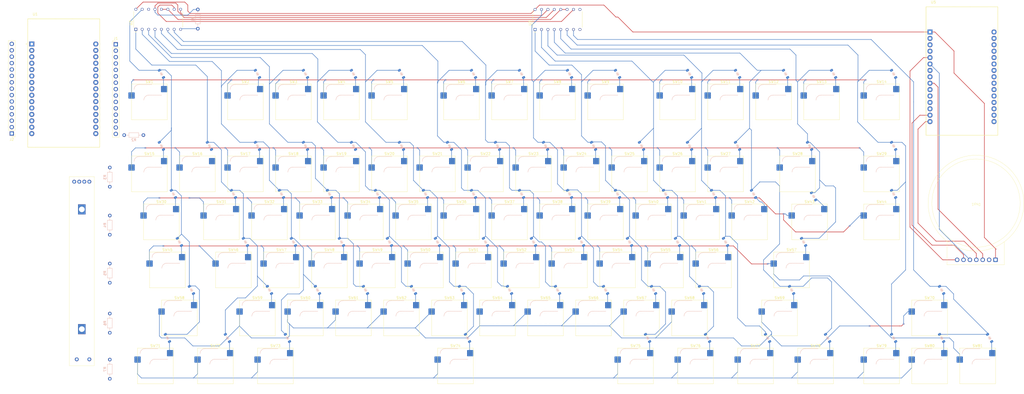
<source format=kicad_pcb>
(kicad_pcb (version 20240108) (generator "pcbnew") (generator_version "8.0")
  (layers (0 "F.Cu" signal) (31 "B.Cu" signal) (34 "B.Paste" user) (35 "F.Paste" user) (36 "B.SilkS" user "B.Silkscreen") (37 "F.SilkS" user "F.Silkscreen") (38 "B.Mask" user) (39 "F.Mask" user) (44 "Edge.Cuts" user))
  (net 0 "")
  (net 1 "Net-(D1-K)")
  (net 2 "Col0")
  (net 3 "Net-(D2-K)")
  (net 4 "Col2")
  (net 5 "Net-(D3-K)")
  (net 6 "Col3")
  (net 7 "Net-(D4-K)")
  (net 8 "Col4")
  (net 9 "Net-(D5-K)")
  (net 10 "Col5")
  (net 11 "Net-(D6-K)")
  (net 12 "Col6")
  (net 13 "Col7")
  (net 14 "Net-(D7-K)")
  (net 15 "Col8")
  (net 16 "Net-(D8-K)")
  (net 17 "Net-(D9-K)")
  (net 18 "Col9")
  (net 19 "Net-(D10-K)")
  (net 20 "Col10")
  (net 21 "Col11")
  (net 22 "Net-(D11-K)")
  (net 23 "Col12")
  (net 24 "Net-(D12-K)")
  (net 25 "Net-(D13-K)")
  (net 26 "Col13")
  (net 27 "Net-(D14-K)")
  (net 28 "Col14")
  (net 29 "Net-(D15-K)")
  (net 30 "Col1")
  (net 31 "Net-(D16-K)")
  (net 32 "Net-(D17-K)")
  (net 33 "Net-(D18-K)")
  (net 34 "Net-(D19-K)")
  (net 35 "Net-(D20-K)")
  (net 36 "Net-(D21-K)")
  (net 37 "Net-(D22-K)")
  (net 38 "Net-(D23-K)")
  (net 39 "Net-(D24-K)")
  (net 40 "Net-(D25-K)")
  (net 41 "Net-(D26-K)")
  (net 42 "Net-(D27-K)")
  (net 43 "Net-(D28-K)")
  (net 44 "Net-(D29-K)")
  (net 45 "Net-(D30-K)")
  (net 46 "Net-(D31-K)")
  (net 47 "Net-(D32-K)")
  (net 48 "Net-(D33-K)")
  (net 49 "Net-(D34-K)")
  (net 50 "Net-(D35-K)")
  (net 51 "Net-(D36-K)")
  (net 52 "Net-(D37-K)")
  (net 53 "Net-(D38-K)")
  (net 54 "Net-(D39-K)")
  (net 55 "Net-(D40-K)")
  (net 56 "Net-(D41-K)")
  (net 57 "Net-(D42-K)")
  (net 58 "Net-(D43-K)")
  (net 59 "Net-(D44-K)")
  (net 60 "Net-(D45-K)")
  (net 61 "Net-(D46-K)")
  (net 62 "Net-(D47-K)")
  (net 63 "Net-(D48-K)")
  (net 64 "Net-(D49-K)")
  (net 65 "Net-(D50-K)")
  (net 66 "Net-(D51-K)")
  (net 67 "Net-(D52-K)")
  (net 68 "Net-(D53-K)")
  (net 69 "Net-(D54-K)")
  (net 70 "Net-(D55-K)")
  (net 71 "Net-(D56-K)")
  (net 72 "Net-(D57-K)")
  (net 73 "Net-(D58-K)")
  (net 74 "Net-(D59-K)")
  (net 75 "Net-(D60-K)")
  (net 76 "Net-(D61-K)")
  (net 77 "Net-(D62-K)")
  (net 78 "Net-(D63-K)")
  (net 79 "Net-(D64-K)")
  (net 80 "Net-(D65-K)")
  (net 81 "Net-(D66-K)")
  (net 82 "Net-(D67-K)")
  (net 83 "Net-(D68-K)")
  (net 84 "Net-(D69-K)")
  (net 85 "Col15")
  (net 86 "Net-(D70-K)")
  (net 87 "Net-(D71-K)")
  (net 88 "Net-(D72-K)")
  (net 89 "Net-(D73-K)")
  (net 90 "Net-(D74-K)")
  (net 91 "Net-(D75-K)")
  (net 92 "Net-(D76-K)")
  (net 93 "Net-(D77-K)")
  (net 94 "Net-(D78-K)")
  (net 95 "Net-(D79-K)")
  (net 96 "Net-(D80-K)")
  (net 97 "Net-(D81-K)")
  (net 98 "Row0")
  (net 99 "Row1")
  (net 100 "Row2")
  (net 101 "Row3")
  (net 102 "Row4")
  (net 103 "Row5")
  (net 104 "GND")
  (net 105 "{slash}SRCLR")
  (net 106 "{slash}OE")
  (net 107 "Net-(U2-QH')")
  (net 142 "DSP RST")
  (net 143 "DSP  SDA")
  (net 144 "DSP CS")
  (net 145 "DSP DC")
  (net 146 "DSP SCL")
  (net 147 "esp32-SDA")
  (net 148 "POT slider Pin")
  (net 149 "Net-(J1-Pin_4)")
  (net 150 "Net-(J1-Pin_13)")
  (net 151 "Net-(J1-Pin_15)")
  (net 152 "Net-(J1-Pin_14)")
  (net 153 "Net-(J1-Pin_1)")
  (net 154 "Net-(J1-Pin_6)")
  (net 155 "Net-(J1-Pin_5)")
  (net 156 "Net-(J2-Pin_3)")
  (net 157 "Net-(J2-Pin_10)")
  (net 158 "Net-(J2-Pin_8)")
  (net 159 "Net-(J2-Pin_9)")
  (net 160 "Net-(J2-Pin_11)")
  (net 161 "Net-(J2-Pin_6)")
  (net 162 "Net-(J2-Pin_13)")
  (net 163 "Net-(J2-Pin_4)")
  (net 164 "Net-(J2-Pin_12)")
  (net 165 "RCLK {slash} LATCH")
  (net 166 "SRCLK {slash} CLOCK")
  (net 167 "SER {slash} DATA")
  (footprint "ScottoKeebs_Hotswap:Hotswap_MX_1.00u" (layer "F.Cu") (at 118.90375 48.73625)
    (property "Reference" "SW5")
    (property "Value" "Switch")
  )
  (footprint "ScottoKeebs_Hotswap:Hotswap_MX_1.00u" (layer "F.Cu") (at 185.57875 96.36125)
    (property "Reference" "SW38")
    (property "Value" "Switch")
  )
  (footprint "ScottoKeebs_Hotswap:Hotswap_MX_1.25u" (layer "F.Cu") (at 240.3475 153.51125)
    (property "Reference" "SW76")
    (property "Value" "Switch")
  )
  (footprint "ScottoKeebs_Hotswap:Hotswap_MX_1.00u" (layer "F.Cu") (at 56.99125 115.41125)
    (property "Reference" "SW46")
    (property "Value" "Switch")
  )
  (footprint "ESP32-DEVKIT-V1:MODULE_ESP32_DEVKIT_V1" (layer "F.Cu") (at 346.075 36.5125)
    (property "Reference" "U5")
    (property "Value" "ESP32-DEVKIT-V1 DisplayHandler")
  )
  (footprint "ScottoKeebs_Hotswap:Hotswap_MX_1.00u" (layer "F.Cu") (at 314.16625 153.51125)
    (property "Reference" "SW79")
    (property "Value" "Switch")
  )
  (footprint "ScottoKeebs_Hotswap:Hotswap_MX_1.00u" (layer "F.Cu") (at 214.15375 77.31125)
    (property "Reference" "SW25")
    (property "Value" "Switch")
  )
  (footprint "ScottoKeebs_Hotswap:Hotswap_MX_1.00u" (layer "F.Cu") (at 142.71625 134.46125)
    (property "Reference" "SW63")
    (property "Value" "Switch")
  )
  (footprint "ScottoKeebs_Hotswap:Hotswap_MX_1.00u" (layer "F.Cu") (at 147.47875 48.73625)
    (property "Reference" "SW6")
    (property "Value" "Switch")
  )
  (footprint "ScottoKeebs_Hotswap:Hotswap_MX_1.00u" (layer "F.Cu") (at 223.67875 96.36125)
    (property "Reference" "SW40")
    (property "Value" "Switch")
  )
  (footprint "ScottoKeebs_Hotswap:Hotswap_MX_1.00u" (layer "F.Cu") (at 333.21625 153.51125)
    (property "Reference" "SW80")
    (property "Value" "Switch")
  )
  (footprint "ScottoKeebs_Hotswap:Hotswap_MX_1.00u" (layer "F.Cu") (at 180.81625 134.46125)
    (property "Reference" "SW65")
    (property "Value" "Switch")
  )
  (footprint "ScottoKeebs_Hotswap:Hotswap_MX_1.00u" (layer "F.Cu") (at 66.51625 134.46125)
    (property "Reference" "SW59")
    (property "Value" "Switch")
  )
  (footprint "ScottoKeebs_Hotswap:Hotswap_MX_1.00u" (layer "F.Cu") (at 109.37875 96.36125)
    (property "Reference" "SW34")
    (property "Value" "Switch")
  )
  (footprint "ScottoKeebs_Hotswap:Hotswap_MX_1.00u" (layer "F.Cu") (at 71.27875 96.36125)
    (property "Reference" "SW32")
    (property "Value" "Switch")
  )
  (footprint "ScottoKeebs_Hotswap:Hotswap_MX_1.00u" (layer "F.Cu") (at 218.91625 134.46125)
    (property "Reference" "SW67")
    (property "Value" "Switch")
  )
  (footprint "ScottoKeebs_Hotswap:Hotswap_MX_1.00u" (layer "F.Cu") (at 23.65375 48.73625)
    (property "Reference" "SW1")
    (property "Value" "Switch")
  )
  (footprint "ScottoKeebs_Hotswap:Hotswap_MX_1.00u" (layer "F.Cu") (at 233.20375 48.73625)
    (property "Reference" "SW10")
    (property "Value" "Switch")
  )
  (footprint "ScottoKeebs_Hotswap:Hotswap_MX_1.00u" (layer "F.Cu") (at 252.25375 77.31125)
    (property "Reference" "SW27")
    (property "Value" "Switch")
  )
  (footprint "ScottoKeebs_Hotswap:Hotswap_MX_1.00u" (layer "F.Cu") (at 166.52875 96.36125)
    (property "Reference" "SW37")
    (property "Value" "Switch")
  )
  (footprint "ScottoKeebs_Hotswap:Hotswap_MX_1.00u" (layer "F.Cu") (at 99.85375 48.73625)
    (property "Reference" "SW4")
    (property "Value" "Switch")
  )
  (footprint "ScottoKeebs_Hotswap:Hotswap_MX_1.00u" (layer "F.Cu") (at 166.52875 48.73625)
    (property "Reference" "SW7")
    (property "Value" "Switch")
  )
  (footprint "ScottoKeebs_Hotswap:Hotswap_MX_1.00u" (layer "F.Cu") (at 228.44125 115.41125)
    (property "Reference" "SW55")
    (property "Value" "Switch")
  )
  (footprint "ScottoKeebs_Hotswap:Hotswap_MX_1.00u" (layer "F.Cu") (at 52.22875 96.36125)
    (property "Reference" "SW31")
    (property "Value" "Switch")
  )
  (footprint "PCM_marbastlib-mx:STAB_MX_2u" (layer "F.Cu") (at 280.82875 77.31125)
    (property "Reference" "S5" (hide yes))
    (property "Value" "stab backspace 2u")
  )
  (footprint "ScottoKeebs_Hotswap:Hotswap_MX_1.00u" (layer "F.Cu") (at 247.49125 115.41125)
    (property "Reference" "SW56")
    (property "Value" "Switch")
  )
  (footprint "ScottoKeebs_Hotswap:Hotswap_MX_1.00u" (layer "F.Cu") (at 152.24125 115.41125)
    (property "Reference" "SW51")
    (property "Value" "Switch")
  )
  (footprint "ScottoKeebs_Hotswap:Hotswap_MX_1.25u" (layer "F.Cu") (at 264.16 153.51125)
    (property "Reference" "SW77")
    (property "Value" "Switch")
  )
  (footprint "ScottoKeebs_Hotswap:Hotswap_MX_1.00u" (layer "F.Cu") (at 99.85375 77.31125)
    (property "Reference" "SW19")
    (property "Value" "Switch")
  )
  (footprint "ScottoKeebs_Hotswap:Hotswap_MX_1.00u" (layer "F.Cu") (at 157.00375 77.31125)
    (property "Reference" "SW22")
    (property "Value" "Switch")
  )
  (footprint "ScottoKeebs_Hotswap:Hotswap_MX_1.00u" (layer "F.Cu") (at 80.80375 48.73625)
    (property "Reference" "SW3")
    (property "Value" "Switch")
  )
  (footprint "ScottoKeebs_Hotswap:Hotswap_MX_1.00u" (layer "F.Cu") (at 128.42875 96.36125)
    (property "Reference" "SW35")
    (property "Value" "Switch")
  )
  (footprint "ScottoKeebs_Hotswap:Hotswap_MX_1.00u" (layer "F.Cu") (at 114.14125 115.41125)
    (property "Reference" "SW49")
    (property "Value" "Switch")
  )
  (footprint "ScottoKeebs_Hotswap:Hotswap_MX_1.00u" (layer "F.Cu") (at 85.56625 134.46125)
    (property "Reference" "SW60")
    (property "Value" "Switch")
  )
  (footprint "ScottoKeebs_Hotswap:Hotswap_MX_1.00u" (layer "F.Cu") (at 290.35375 48.73625)
    (property "Reference" "SW13")
    (property "Value" "Switch")
  )
  (footprint "ScottoKeebs_Hotswap:Hotswap_MX_1.00u" (layer "F.Cu") (at 104.61625 134.46125)
    (property "Reference" "SW61")
    (property "Value" "Switch")
  )
  (footprint "ScottoKeebs_Hotswap:Hotswap_MX_1.25u" (layer "F.Cu") (at 73.66 153.51125)
    (property "Reference" "SW73")
    (property "Value" "Switch")
  )
  (footprint "ScottoKeebs_Hotswap:Hotswap_MX_1.00u" (layer "F.Cu") (at 23.65375 77.31125)
    (property "Reference" "SW15")
    (property "Value" "Switch")
  )
  (footprint "tigmitLib:b103 multichannel fader pot" (layer "F.Cu") (at -3.175 115.8875)
    (property "Reference" "U4" (hide yes))
    (property "Value" "~")
  )
  (footprint "PCM_marbastlib-mx:STAB_MX_2.25u" (layer "F.Cu") (at 35.56 134.46125)
    (property "Reference" "S1" (hide yes))
    (property "Value" "stab L shift 2.25u")
  )
  (footprint "ScottoKeebs_Hotswap:Hotswap_MX_1.00u" (layer "F.Cu") (at 314.16625 77.31125)
    (property "Reference" "SW29")
    (property "Value" "Switch")
  )
  (footprint "ScottoKeebs_Hotswap:Hotswap_MX_1.00u" (layer "F.Cu") (at 147.47875 96.36125)
    (property "Reference" "SW36")
    (property "Value" "Switch")
  )
  (footprint "ScottoKeebs_Hotswap:Hotswap_MX_1.00u" (layer "F.Cu") (at 123.66625 134.46125)
    (property "Reference" "SW62")
    (property "Value" "Switch")
  )
  (footprint "ScottoKeebs_Hotswap:Hotswap_MX_1.00u" (layer "F.Cu") (at 176.05375 77.31125)
    (property "Reference" "SW23")
    (property "Value" "Switch")
  )
  (footprint "ScottoKeebs_Hotswap:Hotswap_MX_1.00u" (layer "F.Cu") (at 80.80375 77.31125)
    (property "Reference" "SW18")
    (property "Value" "Switch")
  )
  (footprint "ScottoKeebs_Hotswap:Hotswap_MX_1.00u" (layer "F.Cu") (at 204.62875 96.36125)
    (property "Reference" "SW39")
    (property "Value" "Switch")
  )
  (footprint "ScottoKeebs_Hotswap:Hotswap_MX_1.00u" (layer "F.Cu") (at 242.72875 96.36125)
    (property "Reference" "SW41")
    (property "Value" "Switch")
  )
  (footprint "ScottoKeebs_Hotswap:Hotswap_MX_1.00u" (layer "F.Cu") (at 42.70375 77.31125)
    (property "Reference" "SW16")
    (property "Value" "Switch")
  )
  (footprint "ScottoKeebs_Hotswap:Hotswap_MX_1.00u" (layer "F.Cu") (at 95.09125 115.41125)
    (property "Reference" "SW48")
    (property "Value" "Switch")
  )
  (footprint "ScottoKeebs_Hotswap:Hotswap_MX_1.00u" (layer "F.Cu") (at 61.75375 77.31125)
    (property "Reference" "SW17")
    (property "Value" "Switch")
  )
  (footprint "ScottoKeebs_Hotswap:Hotswap_MX_1.00u" (layer "F.Cu") (at 204.62875 48.73625)
    (property "Reference" "SW9")
    (property "Value" "Switch")
  )
  (footprint "ScottoKeebs_Hotswap:Hotswap_MX_2.75u" (layer "F.Cu") (at 273.685 134.46125)
    (property "Reference" "SW69")
    (property "Value" "Switch")
  )
  (footprint "ScottoKeebs_Hotswap:Hotswap_MX_1.00u" (layer "F.Cu") (at 333.21625 134.46125)
    (property "Reference" "SW70")
    (property "Value" "Switch")
  )
  (footprint "PCM_marbastlib-mx:STAB_MX_2.25u" (layer "F.Cu") (at 278.4475 115.41125)
    (property "Reference" "S4" (hide yes))
    (property "Value" "stab enter 2.25u")
  )
  (footprint "ScottoKeebs_Hotswap:Hotswap_MX_1.00u" (layer "F.Cu") (at 61.75375 48.73625)
    (property "Reference" "SW2")
    (property "Value" "Switch")
  )
  (footprint "ScottoKeebs_Hotswap:Hotswap_MX_1.75u" (layer "F.Cu") (at 30.7975 115.41125)
    (property "Reference" "SW45")
    (property "Value" "Switch")
  )
  (footprint "ScottoKeebs_Hotswap:Hotswap_MX_1.00u" (layer "F.Cu") (at 76.04125 115.41125)
    (property "Reference" "SW47")
    (property "Value" "Switch")
  )
  (footprint "Connector_PinHeader_2.54mm:PinHeader_1x15_P2.54mm_Vertical" (layer "F.Cu") (at 10.31875 25.88125)
    (property "Reference" "J1")
    (property "Value" "Conn_01x15")
  )
  (footprint "PCM_marbastlib-mx:STAB_MX_2.75u" (layer "F.Cu") (at 273.685 134.46125)
    (property "Reference" "S3" (hide yes))
    (property "Value" "stab R shift 2.75u")
  )
  (footprint "SN74HC595NG4:DIP794W45P254L1969H508Q16" (layer "F.Cu") (at 27.14625 15.97 90)
    (property "Reference" "U2")
    (property "Value" "SN74HC595NG4 FirstShift")
  )
  (footprint "ScottoKeebs_Hotswap:Hotswap_MX_1.00u" (layer "F.Cu") (at 190.34125 115.41125)
    (property "Reference" "SW53")
    (property "Value" "Switch")
  )
  (footprint "PCM_marbastlib-mx:STAB_MX_6.25u" (layer "F.Cu") (at 145.0975 153.51125)
    (property "Reference" "S2" (hide yes))
    (property "Value" "stab space 6.25u")
  )
  (footprint "ScottoKeebs_Hotswap:Hotswap_MX_2.25u" (layer "F.Cu") (at 35.56 134.46125)
    (property "Reference" "SW58")
    (property "Value" "Switch")
  )
  (footprint "ScottoKeebs_Hotswap:Hotswap_MX_1.25u" (layer "F.Cu") (at 216.535 153.51125)
    (property "Reference" "SW75")
    (property "Value" "Switch")
  )
  (footprint "ScottoKeebs_Hotswap:Hotswap_MX_1.00u" (layer "F.Cu") (at 233.20375 77.31125)
    (property "Reference" "SW26")
    (property "Value" "Switch")
  )
  (footprint "ScottoKeebs_Hotswap:Hotswap_MX_1.00u" (layer "F.Cu") (at 209.39125 115.41125)
    (property "Reference" "SW54")
    (property "Value" "Switch")
  )
  (footprint "ScottoKeebs_Hotswap:Hotswap_MX_1.00u" (layer "F.Cu") (at 271.30375 48.73625)
    (property "Reference" "SW12")
    (property "Value" "Switch")
  )
  (footprint "ScottoKeebs_Hotswap:Hotswap_MX_1.00u" (layer "F.Cu") (at 195.10375 77.31125)
    (property "Reference" "SW24")
    (property "Value" "Switch")
  )
  (footprint "ScottoKeebs_Hotswap:Hotswap_MX_2.25u" (layer "F.Cu") (at 278.4475 115.41125)
    (property "Reference" "SW57")
    (property "Value" "Switch")
  )
  (footprint "ScottoKeebs_Hotswap:Hotswap_MX_1.00u" (layer "F.Cu") (at 118.90375 77.31125)
    (property "Reference" "SW20")
    (property "Value" "Switch")
  )
  (footprint "ScottoKeebs_Hotswap:Hotswap_MX_1.00u" (layer "F.Cu") (at 133.19125 115.41125)
    (property "Reference" "SW50")
    (property "Value" "Switch")
  )
  (footprint "ScottoKeebs_Hotswap:Hotswap_MX_1.00u" (layer "F.Cu") (at 314.16625 48.73625)
    (property "Reference" "SW14")
    (property "Value" "Switch")
  )
  (footprint "ScottoKeebs_Hotswap:Hotswap_MX_1.00u" (layer "F.Cu") (at 352.26625 153.51125)
    (property "Reference" "SW81")
    (property "Value" "Switch")
  )
  (footprint "ScottoKeebs_Hotswap:Hotswap_MX_6.25u" (layer "F.Cu") (at 145.0975 153.51125)
    (property "Reference" "SW74")
    (property "Value" "Switch")
  )
  (footprint "ScottoKeebs_Hotswap:Hotswap_MX_1.25u" (layer "F.Cu") (at 49.8475 153.51125)
    (property "Reference" "SW72")
    (property "Value" "Switch")
  )
  (footprint "SN74HC595NG4:DIP794W45P254L1969H508Q16" (layer "F.Cu") (at 185.57875 16.0325 90)
    (property "Reference" "U3")
    (property "Value" "SN74HC595NG4 SecondShift")
  )
  (footprint "ScottoKeebs_Hotswap:Hotswap_MX_1.00u" (layer "F.Cu") (at 252.25375 48.73625)
    (property "Reference" "SW11")
    (property "Value" "Switch")
  )
  (footprint "ScottoKeebs_Hotswap:Hotswap_MX_1.25u" (layer "F.Cu") (at 287.9725 153.51125)
    (property "Reference" "SW78")
    (property "Value" "Switch")
  )
  (footprint "ScottoKeebs_Hotswap:Hotswap_MX_2.00u" (layer "F.Cu") (at 280.82875 77.31125)
    (property "Reference" "SW28")
    (property "Value" "Switch")
  )
  (footprint "ScottoKeebs_Hotswap:Hotswap_MX_1.00u" (layer "F.Cu") (at 90.32875 96.36125)
    (property "Reference" "SW33")
    (property "Value" "Switch")
  )
  (footprint "ESP32-DEVKIT-V1:MODULE_ESP32_DEVKIT_V1" (layer "F.Cu") (at -10.31875 41.275)
    (property "Reference" "U1")
    (property "Value" "ESP32-DEVKIT-V1 Matrix Handler")
  )
  (footprint "Connector_PinHeader_2.54mm:PinHeader_1x15_P2.54mm_Vertical" (layer "F.Cu") (at -30.95625 61.2775 180)
    (property "Reference" "J2")
    (property "Value" "Conn_01x15")
  )
  (footprint "ScottoKeebs_Hotswap:Hotswap_MX_1.00u" (layer "F.Cu") (at 314.16625 96.36125)
    (property "Reference" "SW44")
    (property "Value" "Switch")
  )
  (footprint "ScottoKeebs_Hotswap:Hotswap_MX_1.00u" (layer "F.Cu") (at 199.86625 134.46125)
    (property "Reference" "SW66")
    (property "Value" "Switch")
  )
  (footprint "ScottoKeebs_Hotswap:Hotswap_MX_1.00u" (layer "F.Cu") (at 185.57875 48.73625)
    (property "Reference" "SW8")
    (property "Value" "Switch")
  )
  (footprint "ScottoKeebs_Hotswap:Hotswap_MX_1.00u" (layer "F.Cu") (at 137.95375 77.31125)
    (property "Reference" "SW21")
    (property "Value" "Switch")
  )
  (footprint "tigmitLib:GC9A01 roundDisplay Footprint" (layer "F.Cu") (at 351.63125 88.9 180)
    (property "Reference" "Dsp1")
    (property "Value" "~")
  )
  (footprint "ScottoKeebs_Hotswap:Hotswap_MX_1.00u" (layer "F.Cu") (at 261.77875 96.36125)
    (property "Reference" "SW42")
    (property "Value" "Switch")
  )
  (footprint "ScottoKeebs_Hotswap:Hotswap_MX_1.00u" (layer "F.Cu") (at 161.76625 134.46125)
    (property "Reference" "SW64")
    (property "Value" "Switch")
  )
  (footprint "ScottoKeebs_Hotswap:Hotswap_MX_1.00u" (layer "F.Cu") (at 237.96625 134.46125)
    (property "Reference" "SW68")
    (property "Value" "Switch")
  )
  (footprint "ScottoKeebs_Hotswap:Hotswap_MX_1.50u" (layer "F.Cu") (at 28.41625 96.36125)
    (property "Reference" "SW30")
    (property "Value" "Switch")
  )
  (footprint "ScottoKeebs_Hotswap:Hotswap_MX_1.50u" (layer "F.Cu") (at 285.59125 96.36125)
    (property "Reference" "SW43")
    (property "Value" "Switch")
  )
  (footprint "ScottoKeebs_Hotswap:Hotswap_MX_1.00u" (layer "F.Cu") (at 171.29125 115.41125)
    (property "Reference" "SW52")
    (property "Value" "Switch")
  )
  (footprint "ScottoKeebs_Hotswap:Hotswap_MX_1.25u" (layer "F.Cu") (at 26.035 153.51125)
    (property "Reference" "SW71")
    (property "Value" "Switch")
  )
  (footprint "ScottoKeebs_Components:Diode_SOD-123" (layer "B.Cu") (at 133.19125 85.24875 120)
    (property "Reference" "D35" (hide yes))
    (property "Value" "Diode")
  )
  (footprint "Resistor_THT:R_Axial_DIN0204_L3.6mm_D1.6mm_P7.62mm_Horizontal" (layer "B.Cu") (at 13.6525 61.9125)
    (property "Reference" "R2")
    (property "Value" "10K")
  )
  (footprint "ScottoKeebs_Components:Diode_SOD-123" (layer "B.Cu") (at 104.61625 66.19875 120)
    (property "Reference" "D19" (hide yes))
    (property "Value" "Diode")
  )
  (footprint "ScottoKeebs_Components:Diode_SOD-123" (layer "B.Cu") (at 54.61 142.39875 120)
    (property "Reference" "D72" (hide yes))
    (property "Value" "Diode")
  )
  (footprint "ScottoKeebs_Components:Diode_SOD-123" (layer "B.Cu") (at 190.34125 37.62375 120)
    (property "Reference" "D8" (hide yes))
    (property "Value" "Diode")
  )
  (footprint "ScottoKeebs_Components:Diode_SOD-123" (layer "B.Cu") (at 61.75375 104.29875 120)
    (property "Reference" "D46" (hide yes))
    (property "Value" "Diode")
  )
  (footprint "ScottoKeebs_Components:Diode_SOD-123" (layer "B.Cu") (at 33.17875 85.24875 120)
    (property "Reference" "D30" (hide yes))
    (property "Value" "Diode")
  )
  (footprint "ScottoKeebs_Components:Diode_SOD-123" (layer "B.Cu") (at 149.86 142.39875 120)
    (property "Reference" "D74" (hide yes))
    (property "Value" "Diode")
  )
  (footprint "ScottoKeebs_Components:Diode_SOD-123" (layer "B.Cu") (at 228.44125 85.24875 120)
    (property "Reference" "D40" (hide yes))
    (property "Value" "Diode")
  )
  (footprint "ScottoKeebs_Components:Diode_SOD-123" (layer "B.Cu") (at 157.00375 104.29875 120)
    (property "Reference" "D51" (hide yes))
    (property "Value" "Diode")
  )
  (footprint "ScottoKeebs_Components:Diode_SOD-123" (layer "B.Cu") (at 257.01625 37.62375 120)
    (property "Reference" "D11" (hide yes))
    (property "Value" "Diode")
  )
  (footprint "ScottoKeebs_Components:Diode_SOD-123" (layer "B.Cu") (at 180.81625 66.19875 120)
    (property "Reference" "D23" (hide yes))
    (property "Value" "Diode")
  )
  (footprint "ScottoKeebs_Components:Diode_SOD-123" (layer "B.Cu") (at 85.56625 66.19875 120)
    (property "Reference" "D18" (hide yes))
    (property "Value" "Diode")
  )
  (footprint "ScottoKeebs_Components:Diode_SOD-123" (layer "B.Cu") (at 278.4475 123.34875 120)
    (property "Reference" "D69" (hide yes))
    (property "Value" "Diode")
  )
  (footprint "ScottoKeebs_Components:Diode_SOD-123" (layer "B.Cu") (at 35.56 104.29875 120)
    (property "Reference" "D45" (hide yes))
    (property "Value" "Diode")
  )
  (footprint "ScottoKeebs_Components:Diode_SOD-123" (layer "B.Cu") (at 28.41625 37.62375 120)
    (property "Reference" "D1" (hide yes))
    (property "Value" "Diode")
  )
  (footprint "ScottoKeebs_Components:Diode_SOD-123" (layer "B.Cu") (at 318.92875 142.39875 120)
    (property "Reference" "D79" (hide yes))
    (property "Value" "Diode")
  )
  (footprint "Resistor_THT:R_Axial_DIN0204_L3.6mm_D1.6mm_P7.62mm_Horizontal" (layer "B.Cu") (at 7.9375 112.87125 -90)
    (property "Reference" "R5")
    (property "Value" "10K")
  )
  (footprint "ScottoKeebs_Components:Diode_SOD-123" (layer "B.Cu") (at 237.96625 66.19875 120)
    (property "Reference" "D26" (hide yes))
    (property "Value" "Diode")
  )
  (footprint "ScottoKeebs_Components:Diode_SOD-123" (layer "B.Cu") (at 214.15375 104.29875 120)
    (property "Reference" "D54" (hide yes))
    (property "Value" "Diode")
  )
  (footprint "ScottoKeebs_Components:Diode_SOD-123" (layer "B.Cu") (at 245.11 142.39875 120)
    (property "Reference" "D76" (hide yes))
    (property "Value" "Diode")
  )
  (footprint "ScottoKeebs_Components:Diode_SOD-123" (layer "B.Cu") (at 221.2975 142.39875 120)
    (property "Reference" "D75" (hide yes))
    (property "Value" "Diode")
  )
  (footprint "ScottoKeebs_Components:Diode_SOD-123" (layer "B.Cu") (at 176.05375 104.29875 120)
    (property "Reference" "D52" (hide yes))
    (property "Value" "Diode")
  )
  (footprint "ScottoKeebs_Components:Diode_SOD-123" (layer "B.Cu") (at 114.14125 85.24875 120)
    (property "Reference" "D34" (hide yes))
    (property "Value" "Diode")
  )
  (footprint "ScottoKeebs_Components:Diode_SOD-123" (layer "B.Cu") (at 109.37875 123.34875 120)
    (property "Reference" "D61" (hide yes))
    (property "Value" "Diode")
  )
  (footprint "ScottoKeebs_Components:Diode_SOD-123" (layer "B.Cu") (at 66.51625 66.19875 120)
    (property "Reference" "D17" (hide yes))
    (property "Value" "Diode")
  )
  (footprint "ScottoKeebs_Components:Diode_SOD-123" (layer "B.Cu") (at 30.7975 142.39875 120)
    (property "Reference" "D71" (hide yes))
    (property "Value" "Diode")
  )
  (footprint "ScottoKeebs_Components:Diode_SOD-123" (layer "B.Cu") (at 318.92875 37.62375 120)
    (property "Reference" "D14" (hide yes))
    (property "Value" "Diode")
  )
  (footprint "ScottoKeebs_Components:Diode_SOD-123" (layer "B.Cu") (at 195.10375 104.29875 120)
    (property "Reference" "D53" (hide yes))
    (property "Value" "Diode")
  )
  (footprint "Resistor_THT:R_Axial_DIN0204_L3.6mm_D1.6mm_P7.62mm_Horizontal" (layer "B.Cu") (at 7.9375 74.77125 -90)
    (property "Reference" "R3")
    (property "Value" "10K")
  )
  (footprint "ScottoKeebs_Components:Diode_SOD-123" (layer "B.Cu") (at 78.4225 142.39875 120)
    (property "Reference" "D73" (hide yes))
    (property "Value" "Diode")
  )
  (footprint "ScottoKeebs_Components:Diode_SOD-123" (layer "B.Cu") (at 233.20375 104.29875 120)
    (property "Reference" "D55" (hide yes))
    (property "Value" "Diode")
  )
  (footprint "ScottoKeebs_Components:Diode_SOD-123" (layer "B.Cu") (at 209.39125 37.62375 120)
    (property "Reference" "D9" (hide yes))
    (property "Value" "Diode")
  )
  (footprint "ScottoKeebs_Components:Diode_SOD-123" (layer "B.Cu") (at 185.57875 123.34875 120)
    (property "Reference" "D65" (hide yes))
    (property "Value" "Diode")
  )
  (footprint "ScottoKeebs_Components:Diode_SOD-123" (layer "B.Cu") (at 242.72875 123.34875 120)
    (property "Reference" "D68" (hide yes))
    (property "Value" "Diode")
  )
  (footprint "ScottoKeebs_Components:Diode_SOD-123" (layer "B.Cu") (at 263.36625 85.24875 120)
    (property "Reference" "D42" (hide yes))
    (property "Value" "Diode")
  )
  (footprint "ScottoKeebs_Components:Diode_SOD-123" (layer "B.Cu") (at 152.24125 85.24875 120)
    (property "Reference" "D36" (hide yes))
    (property "Value" "Diode")
  )
  (footprint "ScottoKeebs_Components:Diode_SOD-123" (layer "B.Cu") (at 66.51625 37.62375 120)
    (property "Reference" "D2" (hide yes))
    (property "Value" "Diode")
  )
  (footprint "ScottoKeebs_Components:Diode_SOD-123" (layer "B.Cu") (at 142.71625 66.19875 120)
    (property "Reference" "D21" (hide yes))
    (property "Value" "Diode")
  )
  (footprint "ScottoKeebs_Components:Diode_SOD-123" (layer "B.Cu") (at 252.25375 104.29875 120)
    (property "Reference" "D56" (hide yes))
    (property "Value" "Diode")
  )
  (footprint "Resistor_THT:R_Axial_DIN0204_L3.6mm_D1.6mm_P7.62mm_Horizontal" (layer "B.Cu") (at 7.9375 93.82125 -90)
    (property "Reference" "R4")
    (property "Value" "10K")
  )
  (footprint "ScottoKeebs_Components:Diode_SOD-123" (layer "B.Cu") (at 161.76625 66.19875 120)
    (property "Reference" "D22" (hide yes))
    (property "Value" "Diode")
  )
  (footprint "ScottoKeebs_Components:Diode_SOD-123" (layer "B.Cu") (at 209.39125 85.24875 120)
    (property "Reference" "D39" (hide yes))
    (property "Value" "Diode")
  )
  (footprint "Resistor_THT:R_Axial_DIN0204_L3.6mm_D1.6mm_P7.62mm_Horizontal" (layer "B.Cu") (at 7.9375 132.715 -90)
    (property "Reference" "R6")
    (property "Value" "10K")
  )
  (footprint "ScottoKeebs_Components:Diode_SOD-123" (layer "B.Cu") (at 247.49125 85.24875 120)
    (property "Reference" "D41" (hide yes))
    (property "Value" "Diode")
  )
  (footprint "ScottoKeebs_Components:Diode_SOD-123" (layer "B.Cu") (at 147.47875 123.34875 120)
    (property "Reference" "D63" (hide yes))
    (property "Value" "Diode")
  )
  (footprint "ScottoKeebs_Components:Diode_SOD-123" (layer "B.Cu") (at 71.27875 123.34875 120)
    (property "Reference" "D59" (hide yes))
    (property "Value" "Diode")
  )
  (footprint "ScottoKeebs_Components:Diode_SOD-123" (layer "B.Cu") (at 287.17875 86.201058 120)
    (property "Reference" "D43" (hide yes))
    (property "Value" "Diode")
  )
  (footprint "ScottoKeebs_Components:Diode_SOD-123" (layer "B.Cu") (at 137.95375 104.29875 120)
    (property "Reference" "D50" (hide yes))
    (property "Value" "Diode")
  )
  (footprint "ScottoKeebs_Components:Diode_SOD-123" (layer "B.Cu") (at 276.06625 37.62375 120)
    (property "Reference" "D12" (hide yes))
    (property "Value" "Diode")
  )
  (footprint "ScottoKeebs_Components:Diode_SOD-123" (layer "B.Cu") (at 190.34125 85.24875 120)
    (property "Reference" "D38" (hide yes))
    (property "Value" "Diode")
  )
  (footprint "ScottoKeebs_Components:Diode_SOD-123" (layer "B.Cu") (at 95.09125 85.24875 120)
    (property "Reference" "D33" (hide yes))
    (property "Value" "Diode")
  )
  (footprint "ScottoKeebs_Components:Diode_SOD-123" (layer "B.Cu") (at 237.96625 37.62375 120)
    (property "Reference" "D10" (hide yes))
    (property "Value" "Diode")
  )
  (footprint "ScottoKeebs_Components:Diode_SOD-123" (layer "B.Cu") (at 171.29125 85.24875 120)
    (property "Reference" "D37" (hide yes))
    (property "Value" "Diode")
  )
  (footprint "ScottoKeebs_Components:Diode_SOD-123" (layer "B.Cu") (at 128.42875 123.34875 120)
    (property "Reference" "D62" (hide yes))
    (property "Value" "Diode")
  )
  (footprint "ScottoKeebs_Components:Diode_SOD-123" (layer "B.Cu") (at 90.32875 123.34875 120)
    (property "Reference" "D60" (hide yes))
    (property "Value" "Diode")
  )
  (footprint "ScottoKeebs_Components:Diode_SOD-123" (layer "B.Cu") (at 123.66625 66.19875 120)
    (property "Reference" "D20" (hide yes))
    (property "Value" "Diode")
  )
  (footprint "ScottoKeebs_Components:Diode_SOD-123" (layer "B.Cu") (at 357.02875 142.39875 120)
    (property "Reference" "D81" (hide yes))
    (property "Value" "Diode")
  )
  (footprint "ScottoKeebs_Components:Diode_SOD-123" (layer "B.Cu") (at 123.66625 37.62375 120)
    (property "Reference" "D5" (hide yes))
    (property "Value" "Diode")
  )
  (footprint "ScottoKeebs_Components:Diode_SOD-123" (layer "B.Cu") (at 257.01625 66.19875 120)
    (property "Reference" "D27" (hide yes))
    (property "Value" "Diode")
  )
  (footprint "ScottoKeebs_Components:Diode_SOD-123" (layer "B.Cu") (at 318.92875 85.24875 120)
    (property "Reference" "D44" (hide yes))
    (property "Value" "Diode")
  )
  (footprint "ScottoKeebs_Components:Diode_SOD-123" (layer "B.Cu") (at 76.04125 85.24875 120)
    (property "Reference" "D32" (hide yes))
    (property "Value" "Diode")
  )
  (footprint "Resistor_THT:R_Axial_DIN0204_L3.6mm_D1.6mm_P7.62mm_Horizontal" (layer "B.Cu") (at 7.9375 150.97125 -90)
    (property "Reference" "R7")
    (property "Value" "10K")
  )
  (footprint "ScottoKeebs_Components:Diode_SOD-123" (layer "B.Cu") (at 28.41625 66.19875 120)
    (property "Reference" "D15" (hide yes))
    (property "Value" "Diode")
  )
  (footprint "ScottoKeebs_Components:Diode_SOD-123" (layer "B.Cu") (at 118.90375 104.29875 120)
    (property "Reference" "D49" (hide yes))
    (property "Value" "Diode")
  )
  (footprint "ScottoKeebs_Components:Diode_SOD-123" (layer "B.Cu") (at 40.3225 123.34875 120)
    (property "Reference" "D58" (hide yes))
    (property "Value" "Diode")
  )
  (footprint "ScottoKeebs_Components:Diode_SOD-123" (layer "B.Cu") (at 152.24125 37.62375 120)
    (property "Reference" "D6" (hide yes))
    (property "Value" "Diode")
  )
  (footprint "ScottoKeebs_Components:Diode_SOD-123" (layer "B.Cu") (at 80.80375 104.29875 120)
    (property "Reference" "D47" (hide yes))
    (property "Value" "Diode")
  )
  (footprint "ScottoKeebs_Components:Diode_SOD-123" (layer "B.Cu") (at 295.11625 37.62375 120)
    (property "Reference" "D13" (hide yes))
    (property "Value" "Diode")
  )
  (footprint "ScottoKeebs_Components:Diode_SOD-123" (layer "B.Cu") (at 166.52875 123.34875 120)
    (property "Reference" "D64" (hide yes))
    (property "Value" "Diode")
  )
  (footprint "ScottoKeebs_Components:Diode_SOD-123" (layer "B.Cu") (at 199.86625 66.19875 120)
    (property "Reference" "D24" (hide yes))
    (property "Value" "Diode")
  )
  (footprint "Resistor_THT:R_Axial_DIN0204_L3.6mm_D1.6mm_P7.62mm_Horizontal" (layer "B.Cu") (at 42.8625 12.065 -90)
    (property "Reference" "R1")
    (property "Value" "10K")
  )
  (footprint "ScottoKeebs_Components:Diode_SOD-123" (layer "B.Cu") (at 171.29125 37.62375 120)
    (property "Reference" "D7" (hide yes))
    (property "Value" "Diode")
  )
  (footprint "ScottoKeebs_Components:Diode_SOD-123" (layer "B.Cu") (at 218.91625 66.19875 120)
    (property "Reference" "D25" (hide yes))
    (property "Value" "Diode")
  )
  (footprint "ScottoKeebs_Components:Diode_SOD-123" (layer "B.Cu") (at 337.97875 123.34875 120)
    (property "Reference" "D70" (hide yes))
    (property "Value" "Diode")
  )
  (footprint "ScottoKeebs_Components:Diode_SOD-123" (layer "B.Cu") (at 85.56625 37.62375 120)
    (property "Reference" "D3" (hide yes))
    (property "Value" "Diode")
  )
  (footprint "ScottoKeebs_Components:Diode_SOD-123" (layer "B.Cu") (at 268.9225 142.39875 120)
    (property "Reference" "D77" (hide yes))
    (property "Value" "Diode")
  )
  (footprint "ScottoKeebs_Components:Diode_SOD-123" (layer "B.Cu") (at 99.85375 104.29875 120)
    (property "Reference" "D48" (hide yes))
    (property "Value" "Diode")
  )
  (footprint "ScottoKeebs_Components:Diode_SOD-123" (layer "B.Cu") (at 283.21 104.29875 120)
    (property "Reference" "D57" (hide yes))
    (property "Value" "Diode")
  )
  (footprint "ScottoKeebs_Components:Diode_SOD-123" (layer "B.Cu") (at 223.67875 123.34875 120)
    (property "Reference" "D67" (hide yes))
    (property "Value" "Diode")
  )
  (footprint "ScottoKeebs_Components:Diode_SOD-123" (layer "B.Cu") (at 285.59125 66.19875 120)
    (property "Reference" "D28" (hide yes))
    (property "Value" "Diode")
  )
  (footprint "ScottoKeebs_Components:Diode_SOD-123" (layer "B.Cu") (at 337.97875 142.39875 120)
    (property "Reference" "D80" (hide yes))
    (property "Value" "Diode")
  )
  (footprint "ScottoKeebs_Components:Diode_SOD-123" (layer "B.Cu") (at 47.46625 66.19875 120)
    (property "Reference" "D16" (hide yes))
    (property "Value" "Diode")
  )
  (footprint "ScottoKeebs_Components:Diode_SOD-123" (layer "B.Cu") (at 104.61625 37.62375 120)
    (property "Reference" "D4" (hide yes))
    (property "Value" "Diode")
  )
  (footprint "ScottoKeebs_Components:Diode_SOD-123" (layer "B.Cu") (at 292.735 142.39875 120)
    (property "Reference" "D78" (hide yes))
    (property "Value" "Diode")
  )
  (footprint "ScottoKeebs_Components:Diode_SOD-123" (layer "B.Cu") (at 204.62875 123.34875 120)
    (property "Reference" "D66" (hide yes))
    (property "Value" "Diode")
  )
  (footprint "ScottoKeebs_Components:Diode_SOD-123" (layer "B.Cu") (at 56.99125 85.24875 120)
    (property "Reference" "D31" (hide yes))
    (property "Value" "Diode")
  )
  (footprint "ScottoKeebs_Components:Diode_SOD-123" (layer "B.Cu") (at 318.92875 66.19875 120)
    (property "Reference" "D29" (hide yes))
    (property "Value" "Diode")
  )
  (segment (start 186.84875 12.0625) (end 182.8775 16.03375) (width 0.2) (layer "F.Cu") (net 0))
  (segment (start 28.41625 12) (end 30.95625 12) (width 0.2) (layer "F.Cu") (net 0))
  (segment (start 34.99 16.03375) (end 30.95625 12) (width 0.2) (layer "F.Cu") (net 0))
  (segment (start 182.8775 16.03375) (end 34.99 16.03375) (width 0.2) (layer "F.Cu") (net 0))
  (segment (start 189.38875 12.0625) (end 186.84875 12.0625) (width 0.2) (layer "F.Cu") (net 0))
  (segment (start 29.24125 43.40175) (end 29.49575 43.65625) (width 0.2) (layer "B.Cu") (net 1))
  (segment (start 29.24125 39.052692) (end 29.24125 43.40175) (width 0.2) (layer "B.Cu") (net 1))
  (segment (start 32.385 59.976058) (end 27.59125 64.769808) (width 0.2) (layer "B.Cu") (net 2))
  (segment (start 32.35375 59.08625) (end 32.35375 83.819808) (width 0.2) (layer "B.Cu") (net 2))
  (segment (start 36.35375 101.251058) (end 34.735 102.869808) (width 0.2) (layer "B.Cu") (net 2))
  (segment (start 34.131058 83.819808) (end 36.35375 86.0425) (width 0.2) (layer "B.Cu") (net 2))
  (segment (start 39.4975 121.919808) (end 40.160725 121.919808) (width 0.2) (layer "B.Cu") (net 2))
  (segment (start 27.59125 36.194808) (end 28.254475 36.194808) (width 0.2) (layer "B.Cu") (net 2))
  (segment (start 30.00375 36.03625) (end 32.385 38.4175) (width 0.2) (layer "B.Cu") (net 2))
  (segment (start 15.875 32.54375) (end 15.875 16.92125) (width 0.2) (layer "B.Cu") (net 2))
  (segment (start 36.481058 101.251058) (end 39.52875 104.29875) (width 0.2) (layer "B.Cu") (net 2))
  (segment (start 43.4975 123.34875) (end 43.4975 136.04875) (width 0.2) (layer "B.Cu") (net 2))
  (segment (start 28.413033 36.03625) (end 30.00375 36.03625) (width 0.2) (layer "B.Cu") (net 2))
  (segment (start 40.160725 121.919808) (end 40.319283 121.76125) (width 0.2) (layer "B.Cu") (net 2))
  (segment (start 32.385 59.055) (end 32.385 59.976058) (width 0.2) (layer "B.Cu") (net 2))
  (segment (start 36.35375 101.251058) (end 36.481058 101.251058) (width 0.2) (layer "B.Cu") (net 2))
  (segment (start 40.319283 121.76125) (end 41.91 121.76125) (width 0.2) (layer "B.Cu") (net 2))
  (segment (start 32.385 38.4175) (end 32.385 59.055) (width 0.2) (layer "B.Cu") (net 2))
  (segment (start 41.91 121.76125) (end 43.4975 123.34875) (width 0.2) (layer "B.Cu") (net 2))
  (segment (start 39.4975 104.33) (end 39.4975 121.919808) (width 0.2) (layer "B.Cu") (net 2))
  (segment (start 32.385 59.055) (end 32.35375 59.08625) (width 0.2) (layer "B.Cu") (net 2))
  (segment (start 19.526058 36.194808) (end 15.875 32.54375) (width 0.2) (layer "B.Cu") (net 2))
  (segment (start 27.59125 36.194808) (end 19.526058 36.194808) (width 0.2) (layer "B.Cu") (net 2))
  (segment (start 32.35375 83.819808) (end 34.131058 83.819808) (width 0.2) (layer "B.Cu") (net 2))
  (segment (start 28.254475 36.194808) (end 28.413033 36.03625) (width 0.2) (layer "B.Cu") (net 2))
  (segment (start 38.576442 140.969808) (end 29.9725 140.969808) (width 0.2) (layer "B.Cu") (net 2))
  (segment (start 36.35375 86.0425) (end 36.35375 101.251058) (width 0.2) (layer "B.Cu") (net 2))
  (segment (start 43.4975 136.04875) (end 38.576442 140.969808) (width 0.2) (layer "B.Cu") (net 2))
  (segment (start 39.52875 104.29875) (end 39.4975 104.33) (width 0.2) (layer "B.Cu") (net 2))
  (segment (start 15.875 16.92125) (end 20.79625 12) (width 0.2) (layer "B.Cu") (net 2))
  (segment (start 67.34125 39.052692) (end 66.90202 39.491922) (width 0.2) (layer "B.Cu") (net 3))
  (segment (start 66.90202 42.96252) (end 67.59575 43.65625) (width 0.2) (layer "B.Cu") (net 3))
  (segment (start 66.90202 39.491922) (end 66.90202 42.96252) (width 0.2) (layer "B.Cu") (net 3))
  (segment (start 79.97875 85.2175) (end 79.97875 102.869808) (width 0.2) (layer "B.Cu") (net 4))
  (segment (start 75.879475 83.819808) (end 76.038033 83.66125) (width 0.2) (layer "B.Cu") (net 4))
  (segment (start 84.7725 123.34875) (end 83.185 124.93625) (width 0.2) (layer "B.Cu") (net 4))
  (segment (start 68.8975 64.61125) (end 71.27875 66.9925) (width 0.2) (layer "B.Cu") (net 4))
  (segment (start 80.962308 102.869808) (end 84.7725 106.68) (width 0.2) (layer "B.Cu") (net 4))
  (segment (start 20.79625 19.94) (end 20.79625 21.9075) (width 0.2) (layer "B.Cu") (net 4))
  (segment (start 75.21625 83.819808) (end 75.879475 83.819808) (width 0.2) (layer "B.Cu") (net 4))
  (segment (start 76.04125 139.413558) (end 77.5975 140.969808) (width 0.2) (layer "B.Cu") (net 4))
  (segment (start 66.354475 64.769808) (end 66.513033 64.61125) (width 0.2) (layer "B.Cu") (net 4))
  (segment (start 71.27875 79.882308) (end 75.21625 83.819808) (width 0.2) (layer "B.Cu") (net 4))
  (segment (start 66.513033 64.61125) (end 68.8975 64.61125) (width 0.2) (layer "B.Cu") (net 4))
  (segment (start 71.27875 66.9925) (end 71.27875 79.882308) (width 0.2) (layer "B.Cu") (net 4))
  (segment (start 59.531058 64.769808) (end 65.69125 64.769808) (width 0.2) (layer "B.Cu") (net 4))
  (segment (start 65.69125 64.769808) (end 66.354475 64.769808) (width 0.2) (layer "B.Cu") (net 4))
  (segment (start 84.7725 106.68) (end 84.7725 117.188558) (width 0.2) (layer "B.Cu") (net 4))
  (segment (start 79.97875 102.869808) (end 80.962308 102.869808) (width 0.2) (layer "B.Cu") (net 4))
  (segment (start 76.04125 127.3175) (end 76.04125 139.413558) (width 0.2) (layer "B.Cu") (net 4))
  (segment (start 48.5775 32.7025) (end 52.22875 36.35375) (width 0.2) (layer "B.Cu") (net 4))
  (segment (start 76.038033 83.66125) (end 78.4225 83.66125) (width 0.2) (layer "B.Cu") (net 4))
  (segment (start 84.7725 117.188558) (end 89.50375 121.919808) (width 0.2) (layer "B.Cu") (net 4))
  (segment (start 84.7725 117.188558) (end 84.7725 123.34875) (width 0.2) (layer "B.Cu") (net 4))
  (segment (start 83.185 124.93625) (end 78.4225 124.93625) (width 0.2) (layer "B.Cu") (net 4))
  (segment (start 52.22875 57.4675) (end 59.531058 64.769808) (width 0.2) (layer "B.Cu") (net 4))
  (segment (start 78.4225 124.93625) (end 76.04125 127.3175) (width 0.2) (layer "B.Cu") (net 4))
  (segment (start 52.22875 42.8625) (end 52.22875 57.4675) (width 0.2) (layer "B.Cu") (net 4))
  (segment (start 58.420192 36.194808) (end 52.22875 42.38625) (width 0.2) (layer "B.Cu") (net 4))
  (segment (start 31.59125 32.7025) (end 48.5775 32.7025) (width 0.2) (layer "B.Cu") (net 4))
  (segment (start 52.22875 42.38625) (end 52.22875 42.8625) (width 0.2) (layer "B.Cu") (net 4))
  (segment (start 65.69125 36.194808) (end 58.420192 36.194808) (width 0.2) (layer "B.Cu") (net 4))
  (segment (start 52.22875 36.35375) (end 52.22875 42.8625) (width 0.2) (layer "B.Cu") (net 4))
  (segment (start 20.79625 21.9075) (end 31.59125 32.7025) (width 0.2) (layer "B.Cu") (net 4))
  (segment (start 78.4225 83.66125) (end 79.97875 85.2175) (width 0.2) (layer "B.Cu") (net 4))
  (segment (start 86.39125 43.40175) (end 86.64575 43.65625) (width 0.2) (layer "B.Cu") (net 5))
  (segment (start 86.39125 39.052692) (end 86.39125 43.40175) (width 0.2) (layer "B.Cu") (net 5))
  (segment (start 99.06 85.24875) (end 99.06 86.0425) (width 0.2) (layer "B.Cu") (net 6))
  (segment (start 97.631058 83.819808) (end 99.06 85.24875) (width 0.2) (layer "B.Cu") (net 6))
  (segment (start 84.74125 36.194808) (end 76.676442 36.194808) (width 0.2) (layer "B.Cu") (net 6))
  (segment (start 71.27875 34.76625) (end 67.6275 31.115) (width 0.2) (layer "B.Cu") (net 6))
  (segment (start 88.106058 64.769808) (end 89.535 66.19875) (width 0.2) (layer "B.Cu") (net 6))
  (segment (start 67.6275 31.115) (end 32.385 31.115) (width 0.2) (layer "B.Cu") (net 6))
  (segment (start 99.02875 86.07375) (end 99.02875 102.869808) (width 0.2) (layer "B.Cu") (net 6))
  (segment (start 84.74125 64.769808) (end 88.106058 64.769808) (width 0.2) (layer "B.Cu") (net 6))
  (segment (start 71.27875 41.5925) (end 71.27875 57.4675) (width 0.2) (layer "B.Cu") (net 6))
  (segment (start 76.676442 36.194808) (end 71.27875 41.5925) (width 0.2) (layer "B.Cu") (net 6))
  (segment (start 105.568558 121.919808) (end 108.55375 121.919808) (width 0.2) (layer "B.Cu") (net 6))
  (segment (start 99.06 86.0425) (end 99.02875 86.07375) (width 0.2) (layer "B.Cu") (net 6))
  (segment (start 71.27875 57.4675) (end 78.581058 64.769808) (width 0.2) (layer "B.Cu") (net 6))
  (segment (start 102.393558 102.869808) (end 104.61625 105.0925) (width 0.2) (layer "B.Cu") (net 6))
  (segment (start 71.27875 41.5925) (end 71.27875 34.76625) (width 0.2) (layer "B.Cu") (net 6))
  (segment (start 99.02875 102.869808) (end 102.393558 102.869808) (width 0.2) (layer "B.Cu") (net 6))
  (segment (start 32.385 31.115) (end 23.33625 22.06625) (width 0.2) (layer "B.Cu") (net 6))
  (segment (start 94.26625 83.819808) (end 97.631058 83.819808) (width 0.2) (layer "B.Cu") (net 6))
  (segment (start 89.535 79.088558) (end 94.26625 83.819808) (width 0.2) (layer "B.Cu") (net 6))
  (segment (start 89.535 66.19875) (end 89.535 79.088558) (width 0.2) (layer "B.Cu") (net 6))
  (segment (start 78.581058 64.769808) (end 84.74125 64.769808) (width 0.2) (layer "B.Cu") (net 6))
  (segment (start 23.33625 22.06625) (end 23.33625 19.94) (width 0.2) (layer "B.Cu") (net 6))
  (segment (start 104.61625 105.0925) (end 104.61625 120.9675) (width 0.2) (layer "B.Cu") (net 6))
  (segment (start 104.61625 120.9675) (end 105.568558 121.919808) (width 0.2) (layer "B.Cu") (net 6))
  (segment (start 105.44125 39.052692) (end 105.44125 43.40175) (width 0.2) (layer "B.Cu") (net 7))
  (segment (start 105.44125 43.40175) (end 105.69575 43.65625) (width 0.2) (layer "B.Cu") (net 7))
  (segment (start 103.79125 36.194808) (end 94.932692 36.194808) (width 0.2) (layer "B.Cu") (net 8))
  (segment (start 25.87625 23.01875) (end 32.385 29.5275) (width 0.2) (layer "B.Cu") (net 8))
  (segment (start 125.412308 121.919808) (end 127.60375 121.919808) (width 0.2) (layer "B.Cu") (net 8))
  (segment (start 88.265 29.5275) (end 90.4875 31.75) (width 0.2) (layer "B.Cu") (net 8))
  (segment (start 118.90375 87.63) (end 118.90375 102.044808) (width 0.2) (layer "B.Cu") (net 8))
  (segment (start 111.76 83.66125) (end 111.918558 83.819808) (width 0.2) (layer "B.Cu") (net 8))
  (segment (start 110.96625 83.66125) (end 111.76 83.66125) (width 0.2) (layer "B.Cu") (net 8))
  (segment (start 90.4875 40.64) (end 90.32875 40.79875) (width 0.2) (layer "B.Cu") (net 8))
  (segment (start 113.31625 83.819808) (end 115.093558 83.819808) (width 0.2) (layer "B.Cu") (net 8))
  (segment (start 109.37875 68.58) (end 109.37875 82.07375) (width 0.2) (layer "B.Cu") (net 8))
  (segment (start 115.093558 83.819808) (end 118.90375 87.63) (width 0.2) (layer "B.Cu") (net 8))
  (segment (start 98.424808 64.769808) (end 103.79125 64.769808) (width 0.2) (layer "B.Cu") (net 8))
  (segment (start 118.90375 102.044808) (end 118.07875 102.869808) (width 0.2) (layer "B.Cu") (net 8))
  (segment (start 105.568558 64.769808) (end 109.37875 68.58) (width 0.2) (layer "B.Cu") (net 8))
  (segment (start 90.32875 40.79875) (end 90.32875 56.67375) (width 0.2) (layer "B.Cu") (net 8))
  (segment (start 32.385 29.5275) (end 88.265 29.5275) (width 0.2) (layer "B.Cu") (net 8))
  (segment (start 121.157692 104.29875) (end 121.285 104.29875) (width 0.2) (layer "B.Cu") (net 8))
  (segment (start 109.37875 82.07375) (end 110.96625 83.66125) (width 0.2) (layer "B.Cu") (net 8))
  (segment (start 90.4875 31.75) (end 90.4875 40.64) (width 0.2) (layer "B.Cu") (net 8))
  (segment (start 111.918558 83.819808) (end 113.31625 83.819808) (width 0.2) (layer "B.Cu") (net 8))
  (segment (start 94.932692 36.194808) (end 90.32875 40.79875) (width 0.2) (layer "B.Cu") (net 8))
  (segment (start 25.87625 19.94) (end 25.87625 23.01875) (width 0.2) (layer "B.Cu") (net 8))
  (segment (start 118.90375 102.044808) (end 121.157692 104.29875) (width 0.2) (layer "B.Cu") (net 8))
  (segment (start 103.79125 64.769808) (end 105.568558 64.769808) (width 0.2) (layer "B.Cu") (net 8))
  (segment (start 121.285 104.29875) (end 123.66625 106.68) (width 0.2) (layer "B.Cu") (net 8))
  (segment (start 123.66625 106.68) (end 123.66625 120.17375) (width 0.2) (layer "B.Cu") (net 8))
  (segment (start 90.32875 56.67375) (end 98.424808 64.769808) (width 0.2) (layer "B.Cu") (net 8))
  (segment (start 123.66625 120.17375) (end 125.412308 121.919808) (width 0.2) (layer "B.Cu") (net 8))
  (segment (start 124.49125 39.052692) (end 124.49125 43.40175) (width 0.2) (layer "B.Cu") (net 9))
  (segment (start 124.49125 43.40175) (end 124.74575 43.65625) (width 0.2) (layer "B.Cu") (net 9))
  (segment (start 126.999808 64.769808) (end 128.42875 66.19875) (width 0.2) (layer "B.Cu") (net 10))
  (segment (start 137.95375 102.044808) (end 138.081058 102.044808) (width 0.2) (layer "B.Cu") (net 10))
  (segment (start 28.41625 21.59) (end 34.76625 27.94) (width 0.2) (layer "B.Cu") (net 10))
  (segment (start 138.081058 102.044808) (end 142.71625 106.68) (width 0.2) (layer "B.Cu") (net 10))
  (segment (start 142.71625 120.17375) (end 144.462308 121.919808) (width 0.2) (layer "B.Cu") (net 10))
  (segment (start 149.224808 121.919808) (end 152.24125 124.93625) (width 0.2) (layer "B.Cu") (net 10))
  (segment (start 146.65375 121.919808) (end 149.224808 121.919808) (width 0.2) (layer "B.Cu") (net 10))
  (segment (start 132.36625 83.819808) (end 134.937308 83.819808) (width 0.2) (layer "B.Cu") (net 10))
  (segment (start 134.937308 83.819808) (end 137.95375 86.83625) (width 0.2) (layer "B.Cu") (net 10))
  (segment (start 34.76625 27.94) (end 107.315 27.94) (width 0.2) (layer "B.Cu") (net 10))
  (segment (start 117.474808 64.769808) (end 122.84125 64.769808) (width 0.2) (layer "B.Cu") (net 10))
  (segment (start 107.315 27.94) (end 109.37875 30.00375) (width 0.2) (layer "B.Cu") (net 10))
  (segment (start 152.24125 124.93625) (end 152.24125 137.763558) (width 0.2) (layer "B.Cu") (net 10))
  (segment (start 109.37875 30.00375) (end 109.37875 40.79875) (width 0.2) (layer "B.Cu") (net 10))
  (segment (start 137.95375 102.044808) (end 137.12875 102.869808) (width 0.2) (layer "B.Cu") (net 10))
  (segment (start 122.84125 36.194808) (end 113.982692 36.194808) (width 0.2) (layer "B.Cu") (net 10))
  (segment (start 137.95375 86.83625) (end 137.95375 102.044808) (width 0.2) (layer "B.Cu") (net 10))
  (segment (start 128.42875 79.882308) (end 132.36625 83.819808) (width 0.2) (layer "B.Cu") (net 10))
  (segment (start 128.42875 66.19875) (end 128.42875 79.882308) (width 0.2) (layer "B.Cu") (net 10))
  (segment (start 122.84125 64.769808) (end 126.999808 64.769808) (width 0.2) (layer "B.Cu") (net 10))
  (segment (start 152.24125 137.763558) (end 149.035 140.969808) (width 0.2) (layer "B.Cu") (net 10))
  (segment (start 28.41625 19.94) (end 28.41625 21.59) (width 0.2) (layer "B.Cu") (net 10))
  (segment (start 144.462308 121.919808) (end 146.65375 121.919808) (width 0.2) (layer "B.Cu") (net 10))
  (segment (start 109.37875 56.67375) (end 117.474808 64.769808) (width 0.2) (layer "B.Cu") (net 10))
  (segment (start 142.71625 106.68) (end 142.71625 120.17375) (width 0.2) (layer "B.Cu") (net 10))
  (segment (start 109.37875 40.79875) (end 109.37875 56.67375) (width 0.2) (layer "B.Cu") (net 10))
  (segment (start 113.982692 36.194808) (end 109.37875 40.79875) (width 0.2) (layer "B.Cu") (net 10))
  (segment (start 153.06625 39.052692) (end 153.06625 43.40175) (width 0.2) (layer "B.Cu") (net 11))
  (segment (start 153.06625 43.40175) (end 153.32075 43.65625) (width 0.2) (layer "B.Cu") (net 11))
  (segment (start 164.306058 121.919808) (end 165.70375 121.919808) (width 0.2) (layer "B.Cu") (net 12))
  (segment (start 138.1125 32.54375) (end 138.1125 41.11625) (width 0.2) (layer "B.Cu") (net 12))
  (segment (start 151.41625 83.819808) (end 153.987308 83.819808) (width 0.2) (layer "B.Cu") (net 12))
  (segment (start 144.462308 64.769808) (end 147.47875 67.78625) (width 0.2) (layer "B.Cu") (net 12))
  (segment (start 137.95375 41.275) (end 137.95375 62.23) (width 0.2) (layer "B.Cu") (net 12))
  (segment (start 163.35375 121.76125) (end 164.1475 121.76125) (width 0.2) (layer "B.Cu") (net 12))
  (segment (start 157.00375 102.044808) (end 157.131058 102.044808) (width 0.2) (layer "B.Cu") (net 12))
  (segment (start 137.95375 40.79875) (end 137.95375 41.275) (width 0.2) (layer "B.Cu") (net 12))
  (segment (start 141.89125 64.769808) (end 144.462308 64.769808) (width 0.2) (layer "B.Cu") (net 12))
  (segment (start 157.00375 102.044808) (end 156.17875 102.869808) (width 0.2) (layer "B.Cu") (net 12))
  (segment (start 140.493558 64.769808) (end 141.89125 64.769808) (width 0.2) (layer "B.Cu") (net 12))
  (segment (start 138.1125 41.11625) (end 137.95375 41.275) (width 0.2) (layer "B.Cu") (net 12))
  (segment (start 157.131058 102.044808) (end 161.76625 106.68) (width 0.2) (layer "B.Cu") (net 12))
  (segment (start 142.557692 36.194808) (end 137.95375 40.79875) (width 0.2) (layer "B.Cu") (net 12))
  (segment (start 161.76625 106.68) (end 161.76625 120.17375) (width 0.2) (layer "B.Cu") (net 12))
  (segment (start 164.1475 121.76125) (end 164.306058 121.919808) (width 0.2) (layer "B.Cu") (net 12))
  (segment (start 147.47875 67.78625) (end 147.47875 82.8675) (width 0.2) (layer "B.Cu") (net 12))
  (segment (start 148.431058 83.819808) (end 151.41625 83.819808) (width 0.2) (layer "B.Cu") (net 12))
  (segment (start 36.35375 26.3525) (end 131.92125 26.3525) (width 0.2) (layer "B.Cu") (net 12))
  (segment (start 137.95375 62.23) (end 140.493558 64.769808) (width 0.2) (layer "B.Cu") (net 12))
  (segment (start 30.95625 20.955) (end 30.95625 19.94) (width 0.2) (layer "B.Cu") (net 12))
  (segment (start 147.47875 82.8675) (end 148.431058 83.819808) (width 0.2) (layer "B.Cu") (net 12))
  (segment (start 151.41625 36.194808) (end 142.557692 36.194808) (width 0.2) (layer "B.Cu") (net 12))
  (segment (start 153.987308 83.819808) (end 157.00375 86.83625) (width 0.2) (layer "B.Cu") (net 12))
  (segment (start 161.76625 120.17375) (end 163.35375 121.76125) (width 0.2) (layer "B.Cu") (net 12))
  (segment (start 36.35375 26.3525) (end 30.95625 20.955) (width 0.2) (layer "B.Cu") (net 12))
  (segment (start 131.92125 26.3525) (end 138.1125 32.54375) (width 0.2) (layer "B.Cu") (net 12))
  (segment (start 157.00375 86.83625) (end 157.00375 102.044808) (width 0.2) (layer "B.Cu") (net 12))
  (segment (start 166.52875 82.8675) (end 167.481058 83.819808) (width 0.2) (layer "B.Cu") (net 13))
  (segment (start 180.81625 120.17375) (end 182.562308 121.919808) (width 0.2) (layer "B.Cu") (net 13))
  (segment (start 178.307692 104.29875) (end 179.22875 104.29875) (width 0.2) (layer "B.Cu") (net 13))
  (segment (start 161.607692 36.194808) (end 157.00375 40.79875) (width 0.2) (layer "B.Cu") (net 13))
  (segment (start 165.099808 64.769808) (end 166.52875 66.19875) (width 0.2) (layer "B.Cu") (net 13))
  (segment (start 166.52875 66.19875) (end 166.52875 82.8675) (width 0.2) (layer "B.Cu") (net 13))
  (segment (start 167.481058 83.819808) (end 170.46625 83.819808) (width 0.2) (layer "B.Cu") (net 13))
  (segment (start 182.562308 121.919808) (end 184.75375 121.919808) (width 0.2) (layer "B.Cu") (net 13))
  (segment (start 33.49625 21.11375) (end 33.49625 19.94) (width 0.2) (layer "B.Cu") (net 13))
  (segment (start 157.00375 40.79875) (end 157.00375 42.06875) (width 0.2) (layer "B.Cu") (net 13))
  (segment (start 157.00375 42.06875) (end 157.00375 63.8175) (width 0.2) (layer "B.Cu") (net 13))
  (segment (start 160.94125 64.769808) (end 165.099808 64.769808) (width 0.2) (layer "B.Cu") (net 13))
  (segment (start 176.05375 102.044808) (end 175.22875 102.869808) (width 0.2) (layer "B.Cu") (net 13))
  (segment (start 157.00375 63.8175) (end 157.956058 64.769808) (width 0.2) (layer "B.Cu") (net 13))
  (segment (start 179.22875 104.29875) (end 180.81625 105.88625) (width 0.2) (layer "B.Cu") (net 13))
  (segment (start 176.05375 85.24875) (end 176.05375 102.044808) (width 0.2) (layer "B.Cu") (net 13))
  (segment (start 170.46625 83.819808) (end 174.624808 83.819808) (width 0.2) (layer "B.Cu") (net 13))
  (segment (start 37.1475 24.765) (end 147.79625 24.765) (width 0.2) (layer "B.Cu") (net 13))
  (segment (start 180.81625 105.88625) (end 180.81625 120.17375) (width 0.2) (layer "B.Cu") (net 13))
  (segment (start 147.79625 24.765) (end 157.1625 34.13125) (width 0.2) (layer "B.Cu") (net 13))
  (segment (start 170.46625 36.194808) (end 161.607692 36.194808) (width 0.2) (layer "B.Cu") (net 13))
  (segment (start 176.05375 102.044808) (end 178.307692 104.29875) (width 0.2) (layer "B.Cu") (net 13))
  (segment (start 174.624808 83.819808) (end 176.05375 85.24875) (width 0.2) (layer "B.Cu") (net 13))
  (segment (start 157.1625 34.13125) (end 157.1625 41.91) (width 0.2) (layer "B.Cu") (net 13))
  (segment (start 157.1625 41.91) (end 157.00375 42.06875) (width 0.2) (layer "B.Cu") (net 13))
  (segment (start 157.956058 64.769808) (end 160.94125 64.769808) (width 0.2) (layer "B.Cu") (net 13))
  (segment (start 37.1475 24.765) (end 33.49625 21.11375) (width 0.2) (layer "B.Cu") (net 13))
  (segment (start 172.11625 39.052692) (end 172.11625 43.40175) (width 0.2) (layer "B.Cu") (net 14))
  (segment (start 172.11625 43.40175) (end 172.37075 43.65625) (width 0.2) (layer "B.Cu") (net 14))
  (segment (start 182.562308 64.769808) (end 185.57875 67.78625) (width 0.2) (layer "B.Cu") (net 15))
  (segment (start 175.41875 40.16375) (end 176.05375 40.79875) (width 0.2) (layer "B.Cu") (net 15))
  (segment (start 195.10375 102.044808) (end 194.27875 102.869808) (width 0.2) (layer "B.Cu") (net 15))
  (segment (start 190.179475 83.819808) (end 190.338033 83.66125) (width 0.2) (layer "B.Cu") (net 15))
  (segment (start 185.57875 67.78625) (end 185.57875 81.28) (width 0.2) (layer "B.Cu") (net 15))
  (segment (start 180.657692 36.194808) (end 176.05375 40.79875) (width 0.2) (layer "B.Cu") (net 15))
  (segment (start 176.05375 40.79875) (end 176.05375 63.02375) (width 0.2) (layer "B.Cu") (net 15))
  (segment (start 189.51625 36.194808) (end 180.657692 36.194808) (width 0.2) (layer "B.Cu") (net 15))
  (segment (start 190.338033 83.66125) (end 193.51625 83.66125) (width 0.2) (layer "B.Cu") (net 15))
  (segment (start 177.799808 64.769808) (end 179.99125 64.769808) (width 0.2) (layer "B.Cu") (net 15))
  (segment (start 195.231058 102.044808) (end 199.86625 106.68) (width 0.2) (layer "B.Cu") (net 15))
  (segment (start 199.86625 106.68) (end 199.86625 120.17375) (width 0.2) (layer "B.Cu") (net 15))
  (segment (start 188.118558 83.819808) (end 189.51625 83.819808) (width 0.2) (layer "B.Cu") (net 15))
  (segment (start 195.10375 85.24875) (end 195.10375 102.044808) (width 0.2) (layer "B.Cu") (net 15))
  (segment (start 179.22875 12.0625) (end 179.22875 14.44625) (width 0.2) (layer "B.Cu") (net 15))
  (segment (start 193.51625 83.66125) (end 195.10375 85.24875) (width 0.2) (layer "B.Cu") (net 15))
  (segment (start 199.86625 120.17375) (end 201.612308 121.919808) (width 0.2) (layer "B.Cu") (net 15))
  (segment (start 179.99125 64.769808) (end 182.562308 64.769808) (width 0.2) (layer "B.Cu") (net 15))
  (segment (start 175.41875 18.25625) (end 175.41875 40.16375) (width 0.2) (layer "B.Cu") (net 15))
  (segment (start 189.51625 83.819808) (end 190.179475 83.819808) (width 0.2) (layer "B.Cu") (net 15))
  (segment (start 185.57875 81.28) (end 188.118558 83.819808) (width 0.2) (layer "B.Cu") (net 15))
  (segment (start 176.05375 63.02375) (end 177.799808 64.769808) (width 0.2) (layer "B.Cu") (net 15))
  (segment (start 195.10375 102.044808) (end 195.231058 102.044808) (width 0.2) (layer "B.Cu") (net 15))
  (segment (start 201.612308 121.919808) (end 203.80375 121.919808) (width 0.2) (layer "B.Cu") (net 15))
  (segment (start 179.22875 14.44625) (end 175.41875 18.25625) (width 0.2) (layer "B.Cu") (net 15))
  (segment (start 191.16625 43.40175) (end 191.42075 43.65625) (width 0.2) (layer "B.Cu") (net 16))
  (segment (start 191.16625 39.052692) (end 191.16625 43.40175) (width 0.2) (layer "B.Cu") (net 16))
  (segment (start 210.21625 43.40175) (end 210.47075 43.65625) (width 0.2) (layer "B.Cu") (net 17))
  (segment (start 210.21625 39.052692) (end 210.21625 43.40175) (width 0.2) (layer "B.Cu") (net 17))
  (segment (start 228.44125 136.8425) (end 224.313942 140.969808) (width 0.2) (layer "B.Cu") (net 18))
  (segment (start 191.29375 34.13125) (end 195.10375 37.94125) (width 0.2) (layer "B.Cu") (net 18))
  (segment (start 221.456058 121.919808) (end 222.85375 121.919808) (width 0.2) (layer "B.Cu") (net 18))
  (segment (start 195.10375 40.79875) (end 195.10375 62.23) (width 0.2) (layer "B.Cu") (net 18))
  (segment (start 208.56625 83.819808) (end 210.343558 83.819808) (width 0.2) (layer "B.Cu") (net 18))
  (segment (start 218.91625 119.38) (end 221.456058 121.919808) (width 0.2) (layer "B.Cu") (net 18))
  (segment (start 214.15375 102.044808) (end 213.32875 102.869808) (width 0.2) (layer "B.Cu") (net 18))
  (segment (start 208.56625 36.194808) (end 199.707692 36.194808) (width 0.2) (layer "B.Cu") (net 18))
  (segment (start 214.15375 101.9175) (end 214.15375 102.044808) (width 0.2) (layer "B.Cu") (net 18))
  (segment (start 224.313942 140.969808) (end 220.4725 140.969808) (width 0.2) (layer "B.Cu") (net 18))
  (segment (start 199.04125 64.769808) (end 199.704475 64.769808) (width 0.2) (layer "B.Cu") (net 18))
  (segment (start 176.68875 20.0025) (end 176.68875 28.575) (width 0.2) (layer "B.Cu") (net 18))
  (segment (start 210.343558 83.819808) (end 214.15375 87.63) (width 0.2) (layer "B.Cu") (net 18))
  (segment (start 203.04125 64.61125) (end 204.62875 66.19875) (width 0.2) (layer "B.Cu") (net 18))
  (segment (start 214.15375 87.63) (end 214.15375 101.9175) (width 0.2) (layer "B.Cu") (net 18))
  (segment (start 195.10375 37.94125) (end 195.10375 40.79875) (width 0.2) (layer "B.Cu") (net 18))
  (segment (start 218.91625 106.68) (end 218.91625 119.38) (width 0.2) (layer "B.Cu") (net 18))
  (segment (start 214.15375 101.9175) (end 218.91625 106.68) (width 0.2) (layer "B.Cu") (net 18))
  (segment (start 228.44125 124.1425) (end 228.44125 136.8425) (width 0.2) (layer "B.Cu") (net 18))
  (segment (start 204.62875 79.882308) (end 208.56625 83.819808) (width 0.2) (layer "B.Cu") (net 18))
  (segment (start 199.707692 36.194808) (end 195.10375 40.79875) (width 0.2) (layer "B.Cu") (net 18))
  (segment (start 199.704475 64.769808) (end 199.863033 64.61125) (width 0.2) (layer "B.Cu") (net 18))
  (segment (start 226.218558 121.919808) (end 228.44125 124.1425) (width 0.2) (layer "B.Cu") (net 18))
  (segment (start 222.85375 121.919808) (end 226.218558 121.919808) (width 0.2) (layer "B.Cu") (net 18))
  (segment (start 199.863033 64.61125) (end 203.04125 64.61125) (width 0.2) (layer "B.Cu") (net 18))
  (segment (start 195.10375 62.23) (end 197.643558 64.769808) (width 0.2) (layer "B.Cu") (net 18))
  (segment (start 176.68875 28.575) (end 182.245 34.13125) (width 0.2) (layer "B.Cu") (net 18))
  (segment (start 204.62875 66.19875) (end 204.62875 79.882308) (width 0.2) (layer "B.Cu") (net 18))
  (segment (start 197.643558 64.769808) (end 199.04125 64.769808) (width 0.2) (layer "B.Cu") (net 18))
  (segment (start 182.245 34.13125) (end 191.29375 34.13125) (width 0.2) (layer "B.Cu") (net 18))
  (segment (start 238.79125 43.40175) (end 239.04575 43.65625) (width 0.2) (layer "B.Cu") (net 19))
  (segment (start 238.79125 39.052692) (end 238.79125 43.40175) (width 0.2) (layer "B.Cu") (net 19))
  (segment (start 237.96625 105.88625) (end 237.96625 117.982308) (width 0.2) (layer "B.Cu") (net 20))
  (segment (start 237.14125 36.194808) (end 228.282692 36.194808) (width 0.2) (layer "B.Cu") (net 20))
  (segment (start 230.981058 83.819808) (end 233.20375 86.0425) (width 0.2) (layer "B.Cu") (net 20))
  (segment (start 223.67875 79.882308) (end 227.61625 83.819808) (width 0.2) (layer "B.Cu") (net 20))
  (segment (start 234.124808 102.044808) (end 237.96625 105.88625) (width 0.2) (layer "B.Cu") (net 20))
  (segment (start 223.67875 59.182308) (end 218.09125 64.769808) (width 0.2) (layer "B.Cu") (net 20))
  (segment (start 223.36125 40.79875) (end 223.67875 40.79875) (width 0.2) (layer "B.Cu") (net 20))
  (segment (start 233.20375 86.0425) (end 233.20375 102.044808) (width 0.2) (layer "B.Cu") (net 20))
  (segment (start 245.268558 121.919808) (end 247.49125 124.1425) (width 0.2) (layer "B.Cu") (net 20))
  (segment (start 237.96625 117.982308) (end 241.90375 121.919808) (width 0.2) (layer "B.Cu") (net 20))
  (segment (start 223.67875 40.79875) (end 223.67875 59.182308) (width 0.2) (layer "B.Cu") (net 20))
  (segment (start 247.49125 124.1425) (end 247.49125 137.763558) (width 0.2) (layer "B.Cu") (net 20))
  (segment (start 223.67875 59.182308) (end 223.67875 79.882308) (width 0.2) (layer "B.Cu") (net 20))
  (segment (start 233.20375 102.044808) (end 234.124808 102.044808) (width 0.2) (layer "B.Cu") (net 20))
  (segment (start 241.90375 121.919808) (end 245.268558 121.919808) (width 0.2) (layer "B.Cu") (net 20))
  (segment (start 228.282692 36.194808) (end 223.67875 40.79875) (width 0.2) (layer "B.Cu") (net 20))
  (segment (start 227.61625 83.819808) (end 230.981058 83.819808) (width 0.2) (layer "B.Cu") (net 20))
  (segment (start 215.10625 32.54375) (end 223.36125 40.79875) (width 0.2) (layer "B.Cu") (net 20))
  (segment (start 247.49125 137.763558) (end 244.285 140.969808) (width 0.2) (layer "B.Cu") (net 20))
  (segment (start 184.62625 32.54375) (end 215.10625 32.54375) (width 0.2) (layer "B.Cu") (net 20))
  (segment (start 179.22875 27.14625) (end 184.62625 32.54375) (width 0.2) (layer "B.Cu") (net 20))
  (segment (start 233.20375 102.044808) (end 232.37875 102.869808) (width 0.2) (layer "B.Cu") (net 20))
  (segment (start 179.22875 20.0025) (end 179.22875 27.14625) (width 0.2) (layer "B.Cu") (net 20))
  (segment (start 247.332692 36.194808) (end 242.72875 40.79875) (width 0.2) (layer "B.Cu") (net 21))
  (segment (start 242.72875 79.882308) (end 246.66625 83.819808) (width 0.2) (layer "B.Cu") (net 21))
  (segment (start 257.01625 134.46125) (end 260.19125 137.63625) (width 0.2) (layer "B.Cu") (net 21))
  (segment (start 256.19125 36.194808) (end 247.332692 36.194808) (width 0.2) (layer "B.Cu") (net 21))
  (segment (start 181.76875 26.51125) (end 185.42 30.1625) (width 0.2) (layer "B.Cu") (net 21))
  (segment (start 268.0975 139.98625) (end 268.0975 140.969808) (width 0.2) (layer "B.Cu") (net 21))
  (segment (start 252.25375 86.0425) (end 252.25375 102.044808) (width 0.2) (layer "B.Cu") (net 21))
  (segment (start 242.72875 59.182308) (end 242.72875 79.882308) (width 0.2) (layer "B.Cu") (net 21))
  (segment (start 242.8875 37.30625) (end 242.8875 40.64) (width 0.2) (layer "B.Cu") (net 21))
  (segment (start 235.74375 30.1625) (end 242.8875 37.30625) (width 0.2) (layer "B.Cu") (net 21))
  (segment (start 265.7475 137.63625) (end 268.0975 139.98625) (width 0.2) (layer "B.Cu") (net 21))
  (segment (start 242.8875 40.64) (end 242.72875 40.79875) (width 0.2) (layer "B.Cu") (net 21))
  (segment (start 246.66625 83.819808) (end 250.031058 83.819808) (width 0.2) (layer "B.Cu") (net 21))
  (segment (start 242.72875 40.79875) (end 242.72875 59.182308) (width 0.2) (layer "B.Cu") (net 21))
  (segment (start 252.25375 102.044808) (end 253.968558 102.044808) (width 0.2) (layer "B.Cu") (net 21))
  (segment (start 260.19125 137.63625) (end 265.7475 137.63625) (width 0.2) (layer "B.Cu") (net 21))
  (segment (start 181.76875 20.0025) (end 181.76875 26.51125) (width 0.2) (layer "B.Cu") (net 21))
  (segment (start 257.01625 105.0925) (end 257.01625 134.46125) (width 0.2) (layer "B.Cu") (net 21))
  (segment (start 252.25375 102.044808) (end 251.42875 102.869808) (width 0.2) (layer "B.Cu") (net 21))
  (segment (start 250.031058 83.819808) (end 252.25375 86.0425) (width 0.2) (layer "B.Cu") (net 21))
  (segment (start 185.42 30.1625) (end 235.74375 30.1625) (width 0.2) (layer "B.Cu") (net 21))
  (segment (start 242.72875 59.182308) (end 237.14125 64.769808) (width 0.2) (layer "B.Cu") (net 21))
  (segment (start 253.968558 102.044808) (end 257.01625 105.0925) (width 0.2) (layer "B.Cu") (net 21))
  (segment (start 257.84125 39.052692) (end 257.84125 43.40175) (width 0.2) (layer "B.Cu") (net 22))
  (segment (start 257.84125 43.40175) (end 258.09575 43.65625) (width 0.2) (layer "B.Cu") (net 22))
  (segment (start 283.051442 121.919808) (end 286.385 118.58625) (width 0.2) (layer "B.Cu") (net 23))
  (segment (start 188.595 29.36875) (end 257.96875 29.36875) (width 0.2) (layer "B.Cu") (net 23))
  (segment (start 266.382692 36.194808) (end 261.77875 40.79875) (width 0.2) (layer "B.Cu") (net 23))
  (segment (start 184.30875 25.0825) (end 188.595 29.36875) (width 0.2) (layer "B.Cu") (net 23))
  (segment (start 262.54125 59.944808) (end 262.54125 83.819808) (width 0.2) (layer "B.Cu") (net 23))
  (segment (start 265.7475 80.613558) (end 265.7475 80.48625) (width 0.2) (layer "B.Cu") (net 23))
  (segment (start 261.77875 59.182308) (end 262.54125 59.944808) (width 0.2) (layer "B.Cu") (net 23))
  (segment (start 292.735 118.58625) (end 294.3225 120.17375) (width 0.2) (layer "B.Cu") (net 23))
  (segment (start 275.24125 36.194808) (end 266.382692 36.194808) (width 0.2) (layer "B.Cu") (net 23))
  (segment (start 272.0975 80.48625) (end 273.685 82.07375) (width 0.2) (layer "B.Cu") (net 23))
  (segment (start 267.335 111.4425) (end 267.335 115.41125) (width 0.2) (layer "B.Cu") (net 23))
  (segment (start 261.77875 59.182308) (end 256.19125 64.769808) (width 0.2) (layer "B.Cu") (net 23))
  (segment (start 261.77875 40.79875) (end 261.77875 59.182308) (width 0.2) (layer "B.Cu") (net 23))
  (segment (start 273.685 82.07375) (end 273.685 105.0925) (width 0.2) (layer "B.Cu") (net 23))
  (segment (start 286.385 118.58625) (end 292.735 118.58625) (width 0.2) (layer "B.Cu") (net 23))
  (segment (start 264.794808 36.194808) (end 266.382692 36.194808) (width 0.2) (layer "B.Cu") (net 23))
  (segment (start 262.54125 83.819808) (end 265.7475 80.613558) (width 0.2) (layer "B.Cu") (net 23))
  (segment (start 294.3225 138.557308) (end 291.91 140.969808) (width 0.2) (layer "B.Cu") (net 23))
  (segment (start 267.335 115.41125) (end 273.843558 121.919808) (width 0.2) (layer "B.Cu") (net 23))
  (segment (start 265.7475 80.48625) (end 272.0975 80.48625) (width 0.2) (layer "B.Cu") (net 23))
  (segment (start 273.843558 121.919808) (end 277.6225 121.919808) (width 0.2) (layer "B.Cu") (net 23))
  (segment (start 257.96875 29.36875) (end 264.794808 36.194808) (width 0.2) (layer "B.Cu") (net 23))
  (segment (start 184.30875 20.0025) (end 184.30875 25.0825) (width 0.2) (layer "B.Cu") (net 23))
  (segment (start 294.3225 120.17375) (end 294.3225 138.557308) (width 0.2) (layer "B.Cu") (net 23))
  (segment (start 277.6225 121.919808) (end 283.051442 121.919808) (width 0.2) (layer "B.Cu") (net 23))
  (segment (start 273.685 105.0925) (end 267.335 111.4425) (width 0.2) (layer "B.Cu") (net 23))
  (segment (start 276.89125 43.40175) (end 277.14575 43.65625) (width 0.2) (layer "B.Cu") (net 24))
  (segment (start 276.89125 39.052692) (end 276.89125 43.40175) (width 0.2) (layer "B.Cu") (net 24))
  (segment (start 295.94125 43.40175) (end 296.19575 43.65625) (width 0.2) (layer "B.Cu") (net 25))
  (segment (start 295.94125 39.052692) (end 295.94125 43.40175) (width 0.2) (layer "B.Cu") (net 25))
  (segment (start 289.401442 102.869808) (end 282.385 102.869808) (width 0.2) (layer "B.Cu") (net 26))
  (segment (start 289.56 82.8675) (end 287.655384 84.772116) (width 0.2) (layer "B.Cu") (net 26))
  (segment (start 190.97625 27.78125) (end 277.8125 27.78125) (width 0.2) (layer "B.Cu") (net 26))
  (segment (start 280.82875 57.4675) (end 284.76625 61.405) (width 0.2) (layer "B.Cu") (net 26))
  (segment (start 294.29125 36.194808) (end 285.432692 36.194808) (width 0.2) (layer "B.Cu") (net 26))
  (segment (start 280.19375 30.1625) (end 280.19375 40.16375) (width 0.2) (layer "B.Cu") (net 26))
  (segment (start 285.432692 36.194808) (end 280.82875 40.79875) (width 0.2) (layer "B.Cu") (net 26))
  (segment (start 186.84875 20.0025) (end 186.84875 23.65375) (width 0.2) (layer "B.Cu") (net 26))
  (segment (start 280.19375 40.16375) (end 280.82875 40.79875) (width 0.2) (layer "B.Cu") (net 26))
  (segment (start 295.11625 82.07375) (end 295.91 82.8675) (width 0.2) (layer "B.Cu") (net 26))
  (segment (start 295.91 82.8675) (end 295.91 96.36125) (width 0.2) (layer "B.Cu") (net 26))
  (segment (start 284.76625 64.769808) (end 285.749808 64.769808) (width 0.2) (layer "B.Cu") (net 26))
  (segment (start 289.56 79.6925) (end 291.94125 82.07375) (width 0.2) (layer "B.Cu") (net 26))
  (segment (start 289.56 68.58) (end 289.56 79.6925) (width 0.2) (layer "B.Cu") (net 26))
  (segment (start 287.655384 84.772116) (end 286.35375 84.772116) (width 0.2) (layer "B.Cu") (net 26))
  (segment (start 186.84875 23.65375) (end 190.97625 27.78125) (width 0.2) (layer "B.Cu") (net 26))
  (segment (start 289.56 79.6925) (end 289.56 82.8675) (width 0.2) (layer "B.Cu") (net 26))
  (segment (start 280.82875 40.79875) (end 280.82875 57.4675) (width 0.2) (layer "B.Cu") (net 26))
  (segment (start 291.94125 82.07375) (end 295.11625 82.07375) (width 0.2) (layer "B.Cu") (net 26))
  (segment (start 295.91 96.36125) (end 289.401442 102.869808) (width 0.2) (layer "B.Cu") (net 26))
  (segment (start 284.76625 61.405) (end 284.76625 64.769808) (width 0.2) (layer "B.Cu") (net 26))
  (segment (start 285.749808 64.769808) (end 289.56 68.58) (width 0.2) (layer "B.Cu") (net 26))
  (segment (start 277.8125 27.78125) (end 280.19375 30.1625) (width 0.2) (layer "B.Cu") (net 26))
  (segment (start 319.75375 43.40175) (end 320.00825 43.65625) (width 0.2) (layer "B.Cu") (net 27))
  (segment (start 319.75375 39.052692) (end 319.75375 43.40175) (width 0.2) (layer "B.Cu") (net 27))
  (segment (start 304.8 30.1625) (end 304.8 40.48125) (width 0.2) (layer "B.Cu") (net 28))
  (segment (start 323.69125 115.41125) (end 318.10375 120.99875) (width 0.2) (layer "B.Cu") (net 28))
  (segment (start 320.357692 83.819808) (end 318.10375 83.819808) (width 0.2) (layer "B.Cu") (net 28))
  (segment (start 309.245192 36.194808) (end 304.879375 40.560625) (width 0.2) (layer "B.Cu") (net 28))
  (segment (start 323.69125 66.19875) (end 323.69125 80.48625) (width 0.2) (layer "B.Cu") (net 28))
  (segment (start 318.10375 64.769808) (end 322.262308 64.769808) (width 0.2) (layer "B.Cu") (net 28))
  (segment (start 323.69125 80.48625) (end 320.357692 83.819808) (width 0.2) (layer "B.Cu") (net 28))
  (segment (start 189.38875 22.225) (end 193.3575 26.19375) (width 0.2) (layer "B.Cu") (net 28))
  (segment (start 322.262308 64.769808) (end 323.69125 66.19875) (width 0.2) (layer "B.Cu") (net 28))
  (segment (start 323.69125 80.48625) (end 323.69125 115.41125) (width 0.2) (layer "B.Cu") (net 28))
  (segment (start 318.10375 120.99875) (end 318.10375 140.969808) (width 0.2) (layer "B.Cu") (net 28))
  (segment (start 300.83125 26.19375) (end 304.8 30.1625) (width 0.2) (layer "B.Cu") (net 28))
  (segment (start 312.737308 64.769808) (end 318.10375 64.769808) (width 0.2) (layer "B.Cu") (net 28))
  (segment (start 193.3575 26.19375) (end 300.83125 26.19375) (width 0.2) (layer "B.Cu") (net 28))
  (segment (start 304.64125 40.79875) (end 304.64125 56.67375) (width 0.2) (layer "B.Cu") (net 28))
  (segment (start 304.879375 40.560625) (end 304.64125 40.79875) (width 0.2) (layer "B.Cu") (net 28))
  (segment (start 189.38875 20.0025) (end 189.38875 22.225) (width 0.2) (layer "B.Cu") (net 28))
  (segment (start 318.10375 36.194808) (end 309.245192 36.194808) (width 0.2) (layer "B.Cu") (net 28))
  (segment (start 304.8 40.48125) (end 304.879375 40.560625) (width 0.2) (layer "B.Cu") (net 28))
  (segment (start 304.64125 56.67375) (end 312.737308 64.769808) (width 0.2) (layer "B.Cu") (net 28))
  (segment (start 29.24125 67.627692) (end 29.24125 71.97675) (width 0.2) (layer "B.Cu") (net 29))
  (segment (start 29.24125 71.97675) (end 29.49575 72.23125) (width 0.2) (layer "B.Cu") (net 29))
  (segment (start 52.22875 67.78625) (end 52.22875 80.48625) (width 0.2) (layer "B.Cu") (net 30))
  (segment (start 60.92875 102.869808) (end 63.499808 102.869808) (width 0.2) (layer "B.Cu") (net 30))
  (segment (start 52.22875 80.48625) (end 55.562308 83.819808) (width 0.2) (layer "B.Cu") (net 30))
  (segment (start 63.499808 102.869808) (end 66.51625 105.88625) (width 0.2) (layer "B.Cu") (net 30))
  (segment (start 42.06875 34.13125) (end 24.60625 34.13125) (width 0.2) (layer "B.Cu") (net 30))
  (segment (start 24.60625 34.13125) (end 18.25625 27.78125) (width 0.2) (layer "B.Cu") (net 30))
  (segment (start 18.25625 27.78125) (end 18.25625 19.94) (width 0.2) (layer "B.Cu") (net 30))
  (segment (start 59.531058 83.819808) (end 60.96 85.24875) (width 0.2) (layer "B.Cu") (net 30))
  (segment (start 56.16625 83.819808) (end 59.531058 83.819808) (width 0.2) (layer "B.Cu") (net 30))
  (segment (start 66.51625 117.7925) (end 66.51625 117.982308) (width 0.2) (layer "B.Cu") (net 30))
  (segment (start 49.212308 64.769808) (end 52.22875 67.78625) (width 0.2) (layer "B.Cu") (net 30))
  (segment (start 66.51625 117.982308) (end 70.45375 121.919808) (width 0.2) (layer "B.Cu") (net 30))
  (segment (start 66.51625 117.7925) (end 66.51625 121.76125) (width 0.2) (layer "B.Cu") (net 30))
  (segment (start 66.51625 105.88625) (end 66.51625 117.7925) (width 0.2) (layer "B.Cu") (net 30))
  (segment (start 55.562308 83.819808) (end 56.16625 83.819808) (width 0.2) (layer "B.Cu") (net 30))
  (segment (start 60.96 85.24875) (end 60.96 86.0425) (width 0.2) (layer "B.Cu") (net 30))
  (segment (start 46.64125 64.769808) (end 49.212308 64.769808) (width 0.2) (layer "B.Cu") (net 30))
  (segment (start 58.57875 126.52375) (end 53.785 131.3175) (width 0.2) (layer "B.Cu") (net 30))
  (segment (start 46.64125 64.769808) (end 46.64125 38.70375) (width 0.2) (layer "B.Cu") (net 30))
  (segment (start 53.785 131.3175) (end 53.785 140.969808) (width 0.2) (layer "B.Cu") (net 30))
  (segment (start 61.75375 126.52375) (end 58.57875 126.52375) (width 0.2) (layer "B.Cu") (net 30))
  (segment (start 66.51625 121.76125) (end 61.75375 126.52375) (width 0.2) (layer "B.Cu") (net 30))
  (segment (start 60.96 86.0425) (end 60.92875 86.07375) (width 0.2) (layer "B.Cu") (net 30))
  (segment (start 60.92875 86.07375) (end 60.92875 102.869808) (width 0.2) (layer "B.Cu") (net 30))
  (segment (start 46.64125 38.70375) (end 42.06875 34.13125) (width 0.2) (layer "B.Cu") (net 30))
  (segment (start 67.34125 71.97675) (end 67.59575 72.23125) (width 0.2) (layer "B.Cu") (net 32))
  (segment (start 67.34125 67.627692) (end 67.34125 71.97675) (width 0.2) (layer "B.Cu") (net 32))
  (segment (start 86.39125 71.97675) (end 86.64575 72.23125) (width 0.2) (layer "B.Cu") (net 33))
  (segment (start 86.39125 67.627692) (end 86.39125 71.97675) (width 0.2) (layer "B.Cu") (net 33))
  (segment (start 124.49125 71.97675) (end 124.74575 72.23125) (width 0.2) (layer "B.Cu") (net 35))
  (segment (start 124.49125 67.627692) (end 124.49125 71.97675) (width 0.2) (layer "B.Cu") (net 35))
  (segment (start 143.54125 71.97675) (end 143.79575 72.23125) (width 0.2) (layer "B.Cu") (net 36))
  (segment (start 143.54125 67.627692) (end 143.54125 71.97675) (width 0.2) (layer "B.Cu") (net 36))
  (segment (start 162.59125 67.627692) (end 162.59125 71.97675) (width 0.2) (layer "B.Cu") (net 37))
  (segment (start 162.59125 71.97675) (end 162.84575 72.23125) (width 0.2) (layer "B.Cu") (net 37))
  (segment (start 181.64125 71.97675) (end 181.89575 72.23125) (width 0.2) (layer "B.Cu") (net 38))
  (segment (start 181.64125 67.627692) (end 181.64125 71.97675) (width 0.2) (layer "B.Cu") (net 38))
  (segment (start 200.69125 67.627692) (end 200.69125 71.97675) (width 0.2) (layer "B.Cu") (net 39))
  (segment (start 200.69125 71.97675) (end 200.94575 72.23125) (width 0.2) (layer "B.Cu") (net 39))
  (segment (start 219.74125 67.627692) (end 219.74125 71.97675) (width 0.2) (layer "B.Cu") (net 40))
  (segment (start 219.74125 71.97675) (end 219.99575 72.23125) (width 0.2) (layer "B.Cu") (net 40))
  (segment (start 238.79125 71.97675) (end 239.04575 72.23125) (width 0.2) (layer "B.Cu") (net 41))
  (segment (start 238.79125 67.627692) (end 238.79125 71.97675) (width 0.2) (layer "B.Cu") (net 41))
  (segment (start 257.84125 67.627692) (end 257.84125 71.97675) (width 0.2) (layer "B.Cu") (net 42))
  (segment (start 257.84125 71.97675) (end 258.09575 72.23125) (width 0.2) (layer "B.Cu") (net 42))
  (segment (start 286.41625 71.97675) (end 286.67075 72.23125) (width 0.2) (layer "B.Cu") (net 43))
  (segment (start 286.41625 67.627692) (end 286.41625 71.97675) (width 0.2) (layer "B.Cu") (net 43))
  (segment (start 319.75375 71.97675) (end 320.00825 72.23125) (width 0.2) (layer "B.Cu") (net 44))
  (segment (start 319.75375 67.627692) (end 319.75375 71.97675) (width 0.2) (layer "B.Cu") (net 44))
  (segment (start 34.00375 86.677692) (end 34.00375 91.02675) (width 0.2) (layer "B.Cu") (net 45))
  (segment (start 34.00375 91.02675) (end 34.25825 91.28125) (width 0.2) (layer "B.Cu") (net 45))
  (segment (start 57.81625 86.677692) (end 57.81625 91.02675) (width 0.2) (layer "B.Cu") (net 46))
  (segment (start 57.81625 91.02675) (end 58.07075 91.28125) (width 0.2) (layer "B.Cu") (net 46))
  (segment (start 76.86625 86.677692) (end 76.86625 91.02675) (width 0.2) (layer "B.Cu") (net 47))
  (segment (start 76.86625 91.02675) (end 77.12075 91.28125) (width 0.2) (layer "B.Cu") (net 47))
  (segment (start 95.91625 91.02675) (end 96.17075 91.28125) (width 0.2) (layer "B.Cu") (net 48))
  (segment (start 95.91625 86.677692) (end 95.91625 91.02675) (width 0.2) (layer "B.Cu") (net 48))
  (segment (start 114.96625 86.677692) (end 114.96625 91.02675) (width 0.2) (layer "B.Cu") (net 49))
  (segment (start 114.96625 91.02675) (end 115.22075 91.28125) (width 0.2) (layer "B.Cu") (net 49))
  (segment (start 134.01625 86.677692) (end 134.01625 91.02675) (width 0.2) (layer "B.Cu") (net 50))
  (segment (start 134.01625 91.02675) (end 134.27075 91.28125) (width 0.2) (layer "B.Cu") (net 50))
  (segment (start 153.06625 86.677692) (end 153.06625 91.02675) (width 0.2) (layer "B.Cu") (net 51))
  (segment (start 153.06625 91.02675) (end 153.32075 91.28125) (width 0.2) (layer "B.Cu") (net 51))
  (segment (start 172.11625 91.02675) (end 172.37075 91.28125) (width 0.2) (layer "B.Cu") (net 52))
  (segment (start 172.11625 86.677692) (end 172.11625 91.02675) (width 0.2) (layer "B.Cu") (net 52))
  (segment (start 191.16625 91.02675) (end 191.42075 91.28125) (width 0.2) (layer "B.Cu") (net 53))
  (segment (start 191.16625 86.677692) (end 191.16625 91.02675) (width 0.2) (layer "B.Cu") (net 53))
  (segment (start 210.21625 91.02675) (end 210.47075 91.28125) (width 0.2) (layer "B.Cu") (net 54))
  (segment (start 210.21625 86.677692) (end 210.21625 91.02675) (width 0.2) (layer "B.Cu") (net 54))
  (segment (start 229.26625 86.677692) (end 229.26625 91.02675) (width 0.2) (layer "B.Cu") (net 55))
  (segment (start 229.26625 91.02675) (end 229.52075 91.28125) (width 0.2) (layer "B.Cu") (net 55))
  (segment (start 248.31625 86.677692) (end 248.31625 91.02675) (width 0.2) (layer "B.Cu") (net 56))
  (segment (start 248.31625 91.02675) (end 248.57075 91.28125) (width 0.2) (layer "B.Cu") (net 56))
  (segment (start 266.54125 88.42375) (end 267.62075 89.50325) (width 0.2) (layer "B.Cu") (net 57))
  (segment (start 265.937308 88.42375) (end 266.54125 88.42375) (width 0.2) (layer "B.Cu") (net 57))
  (segment (start 267.62075 89.50325) (end 267.62075 91.28125) (width 0.2) (layer "B.Cu") (net 57))
  (segment (start 264.19125 86.677692) (end 265.937308 88.42375) (width 0.2) (layer "B.Cu") (net 57))
  (segment (start 288.00375 87.63) (end 288.76625 87.63) (width 0.2) (layer "B.Cu") (net 58))
  (segment (start 288.76625 87.63) (end 291.43325 90.297) (width 0.2) (layer "B.Cu") (net 58))
  (segment (start 291.43325 90.297) (end 291.43325 91.28125) (width 0.2) (layer "B.Cu") (net 58))
  (segment (start 319.75375 91.02675) (end 320.00825 91.28125) (width 0.2) (layer "B.Cu") (net 59))
  (segment (start 319.75375 86.677692) (end 319.75375 91.02675) (width 0.2) (layer "B.Cu") (net 59))
  (segment (start 36.385 110.07675) (end 36.6395 110.33125) (width 0.2) (layer "B.Cu") (net 60))
  (segment (start 36.385 105.727692) (end 36.385 110.07675) (width 0.2) (layer "B.Cu") (net 60))
  (segment (start 62.57875 110.07675) (end 62.83325 110.33125) (width 0.2) (layer "B.Cu") (net 61))
  (segment (start 62.57875 105.727692) (end 62.57875 110.07675) (width 0.2) (layer "B.Cu") (net 61))
  (segment (start 81.62875 105.727692) (end 81.62875 110.07675) (width 0.2) (layer "B.Cu") (net 62))
  (segment (start 81.62875 110.07675) (end 81.88325 110.33125) (width 0.2) (layer "B.Cu") (net 62))
  (segment (start 100.67875 105.727692) (end 100.67875 110.07675) (width 0.2) (layer "B.Cu") (net 63))
  (segment (start 100.67875 110.07675) (end 100.93325 110.33125) (width 0.2) (layer "B.Cu") (net 63))
  (segment (start 119.72875 105.727692) (end 119.72875 110.07675) (width 0.2) (layer "B.Cu") (net 64))
  (segment (start 119.72875 110.07675) (end 119.98325 110.33125) (width 0.2) (layer "B.Cu") (net 64))
  (segment (start 138.77875 105.727692) (end 138.77875 110.07675) (width 0.2) (layer "B.Cu") (net 65))
  (segment (start 138.77875 110.07675) (end 139.03325 110.33125) (width 0.2) (layer "B.Cu") (net 65))
  (segment (start 157.82875 105.727692) (end 157.82875 110.07675) (width 0.2) (layer "B.Cu") (net 66))
  (segment (start 157.82875 110.07675) (end 158.08325 110.33125) (width 0.2) (layer "B.Cu") (net 66))
  (segment (start 176.87875 105.727692) (end 176.87875 110.07675) (width 0.2) (layer "B.Cu") (net 67))
  (segment (start 176.87875 110.07675) (end 177.13325 110.33125) (width 0.2) (layer "B.Cu") (net 67))
  (segment (start 195.92875 105.727692) (end 195.92875 110.07675) (width 0.2) (layer "B.Cu") (net 68))
  (segment (start 195.92875 110.07675) (end 196.18325 110.33125) (width 0.2) (layer "B.Cu") (net 68))
  (segment (start 214.97875 110.07675) (end 215.23325 110.33125) (width 0.2) (layer "B.Cu") (net 69))
  (segment (start 214.97875 105.727692) (end 214.97875 110.07675) (width 0.2) (layer "B.Cu") (net 69))
  (segment (start 234.02875 110.07675) (end 234.28325 110.33125) (width 0.2) (layer "B.Cu") (net 70))
  (segment (start 234.02875 105.727692) (end 234.02875 110.07675) (width 0.2) (layer "B.Cu") (net 70))
  (segment (start 253.07875 110.07675) (end 253.33325 110.33125) (width 0.2) (layer "B.Cu") (net 71))
  (segment (start 253.07875 105.727692) (end 253.07875 110.07675) (width 0.2) (layer "B.Cu") (net 71))
  (segment (start 284.035 110.07675) (end 284.2895 110.33125) (width 0.2) (layer "B.Cu") (net 72))
  (segment (start 284.035 105.727692) (end 284.035 110.07675) (width 0.2) (layer "B.Cu") (net 72))
  (segment (start 41.1475 124.777692) (end 41.1475 129.12675) (width 0.2) (layer "B.Cu") (net 73))
  (segment (start 41.1475 129.12675) (end 41.402 129.38125) (width 0.2) (layer "B.Cu") (net 73))
  (segment (start 72.10375 124.777692) (end 72.10375 129.12675) (width 0.2) (layer "B.Cu") (net 74))
  (segment (start 72.10375 129.12675) (end 72.35825 129.38125) (width 0.2) (layer "B.Cu") (net 74))
  (segment (start 91.15375 129.12675) (end 91.40825 129.38125) (width 0.2) (layer "B.Cu") (net 75))
  (segment (start 91.15375 124.777692) (end 91.15375 129.12675) (width 0.2) (layer "B.Cu") (net 75))
  (segment (start 110.20375 124.777692) (end 110.20375 129.12675) (width 0.2) (layer "B.Cu") (net 76))
  (segment (start 110.20375 129.12675) (end 110.45825 129.38125) (width 0.2) (layer "B.Cu") (net 76))
  (segment (start 129.25375 124.777692) (end 129.25375 129.12675) (width 0.2) (layer "B.Cu") (net 77))
  (segment (start 129.25375 129.12675) (end 129.50825 129.38125) (width 0.2) (layer "B.Cu") (net 77))
  (segment (start 148.30375 124.777692) (end 148.30375 129.12675) (width 0.2) (layer "B.Cu") (net 78))
  (segment (start 148.30375 129.12675) (end 148.55825 129.38125) (width 0.2) (layer "B.Cu") (net 78))
  (segment (start 167.35375 124.777692) (end 167.35375 129.12675) (width 0.2) (layer "B.Cu") (net 79))
  (segment (start 167.35375 129.12675) (end 167.60825 129.38125) (width 0.2) (layer "B.Cu") (net 79))
  (segment (start 186.40375 124.777692) (end 186.40375 129.12675) (width 0.2) (layer "B.Cu") (net 80))
  (segment (start 186.40375 129.12675) (end 186.65825 129.38125) (width 0.2) (layer "B.Cu") (net 80))
  (segment (start 205.45375 129.12675) (end 205.70825 129.38125) (width 0.2) (layer "B.Cu") (net 81))
  (segment (start 205.45375 124.777692) (end 205.45375 129.12675) (width 0.2) (layer "B.Cu") (net 81))
  (segment (start 224.50375 129.12675) (end 224.75825 129.38125) (width 0.2) (layer "B.Cu") (net 82))
  (segment (start 224.50375 124.777692) (end 224.50375 129.12675) (width 0.2) (layer "B.Cu") (net 82))
  (segment (start 243.55375 129.12675) (end 243.80825 129.38125) (width 0.2) (layer "B.Cu") (net 83))
  (segment (start 243.55375 124.777692) (end 243.55375 129.12675) (width 0.2) (layer "B.Cu") (net 83))
  (segment (start 279.2725 124.777692) (end 279.2725 129.12675) (width 0.2) (layer "B.Cu") (net 84))
  (segment (start 279.2725 129.12675) (end 279.527 129.38125) (width 0.2) (layer "B.Cu") (net 84))
  (segment (start 342.74125 124.93625) (end 339.724808 121.919808) (width 0.2) (layer "B.Cu") (net 85))
  (segment (start 337.15375 121.919808) (end 333.374808 121.919808) (width 0.2) (layer "B.Cu") (net 85))
  (segment (start 333.374808 121.919808) (end 326.86625 115.41125) (width 0.2) (layer "B.Cu") (net 85))
  (segment (start 326.86625 115.41125) (end 326.86625 48.73625) (width 0.2) (layer "B.Cu") (net 85))
  (segment (start 193.51625 23.97125) (end 310.03875 23.97125) (width 0.2) (layer "B.Cu") (net 85))
  (segment (start 310.03875 23.97125) (end 319.7225 33.655) (width 0.2) (layer "B.Cu") (net 85))
  (segment (start 342.74125 126.987693) (end 342.74125 124.93625) (width 0.2) (layer "B.Cu") (net 85))
  (segment (start 356.20375 140.969808) (end 356.20375 140.450193) (width 0.2) (layer "B.Cu") (net 85))
  (segment (start 191.92875 22.38375) (end 191.92875 20.0025) (width 0.2) (layer "B.Cu") (net 85))
  (segment (start 339.724808 121.919808) (end 337.15375 121.919808) (width 0.2) (layer "B.Cu") (net 85))
  (segment (start 326.86625 40.79875) (end 319.7225 33.655) (width 0.2) (layer "B.Cu") (net 85))
  (segment (start 193.51625 23.97125) (end 191.92875 22.38375) (width 0.2) (layer "B.Cu") (net 85))
  (segment (start 337.15375 140.969808) (end 356.20375 140.969808) (width 0.2) (layer "B.Cu") (net 85))
  (segment (start 356.20375 140.450193) (end 342.74125 126.987693) (width 0.2) (layer "B.Cu") (net 85))
  (segment (start 326.86625 48.73625) (end 326.86625 40.79875) (width 0.2) (layer "B.Cu") (net 85))
  (segment (start 338.80375 124.777692) (end 338.80375 129.12675) (width 0.2) (layer "B.Cu") (net 86))
  (segment (start 338.80375 129.12675) (end 339.05825 129.38125) (width 0.2) (layer "B.Cu") (net 86))
  (segment (start 31.6225 148.17675) (end 31.877 148.43125) (width 0.2) (layer "B.Cu") (net 87))
  (segment (start 31.6225 143.827692) (end 31.6225 148.17675) (width 0.2) (layer "B.Cu") (net 87))
  (segment (start 55.435 143.827692) (end 55.435 148.17675) (width 0.2) (layer "B.Cu") (net 88))
  (segment (start 55.435 148.17675) (end 55.6895 148.43125) (width 0.2) (layer "B.Cu") (net 88))
  (segment (start 79.2475 148.17675) (end 79.502 148.43125) (width 0.2) (layer "B.Cu") (net 89))
  (segment (start 79.2475 143.827692) (end 79.2475 148.17675) (width 0.2) (layer "B.Cu") (net 89))
  (segment (start 150.685 148.17675) (end 150.9395 148.43125) (width 0.2) (layer "B.Cu") (net 90))
  (segment (start 150.685 143.827692) (end 150.685 148.17675) (width 0.2) (layer "B.Cu") (net 90))
  (segment (start 222.1225 143.827692) (end 222.1225 148.17675) (width 0.2) (layer "B.Cu") (net 91))
  (segment (start 222.1225 148.17675) (end 222.377 148.43125) (width 0.2) (layer "B.Cu") (net 91))
  (segment (start 245.935 148.17675) (end 246.1895 148.43125) (width 0.2) (layer "B.Cu") (net 92))
  (segment (start 245.935 143.827692) (end 245.935 148.17675) (width 0.2) (layer "B.Cu") (net 92))
  (segment (start 269.7475 143.827692) (end 269.7475 148.17675) (width 0.2) (layer "B.Cu") (net 93))
  (segment (start 269.7475 148.17675) (end 270.002 148.43125) (width 0.2) (layer "B.Cu") (net 93))
  (segment (start 293.56 148.17675) (end 293.8145 148.43125) (width 0.2) (layer "B.Cu") (net 94))
  (segment (start 293.56 143.827692) (end 293.56 148.17675) (width 0.2) (layer "B.Cu") (net 94))
  (segment (start 319.75375 148.17675) (end 320.00825 148.43125) (width 0.2) (layer "B.Cu") (net 95))
  (segment (start 319.75375 143.827692) (end 319.75375 148.17675) (width 0.2) (layer "B.Cu") (net 95))
  (segment (start 338.80375 143.827692) (end 338.80375 148.17675) (width 0.2) (layer "B.Cu") (net 96))
  (segment (start 338.80375 148.17675) (end 339.05825 148.43125) (width 0.2) (layer "B.Cu") (net 96))
  (segment (start 357.85375 143.827692) (end 357.85375 148.17675) (width 0.2) (layer "B.Cu") (net 97))
  (segment (start 357.85375 148.17675) (end 358.10825 148.43125) (width 0.2) (layer "B.Cu") (net 97))
  (segment (start 179.22875 40.005) (end 198.27875 40.005) (width 0.2) (layer "F.Cu") (net 98))
  (segment (start 112.55375 40.005) (end 141.12875 40.005) (width 0.2) (layer "F.Cu") (net 98))
  (segment (start 75.2475 40.005) (end 93.50375 40.005) (width 0.2) (layer "F.Cu") (net 98))
  (segment (start 93.50375 40.005) (end 112.55375 40.005) (width 0.2) (layer "F.Cu") (net 98))
  (segment (start 245.90375 40.005) (end 264.95375 40.005) (width 0.2) (layer "F.Cu") (net 98))
  (segment (start 17.30375 40.005) (end 56.1975 40.005) (width 0.2) (layer "F.Cu") (net 98))
  (segment (start 160.17875 40.005) (end 179.22875 40.005) (width 0.2) (layer "F.Cu") (net 98))
  (segment (start 264.95375 40.005) (end 284.00375 40.005) (width 0.2) (layer "F.Cu") (net 98))
  (segment (start 284.00375 40.005) (end 307.81625 40.005) (width 0.2) (layer "F.Cu") (net 98))
  (segment (start 198.27875 40.005) (end 226.85375 40.005) (width 0.2) (layer "F.Cu") (net 98))
  (segment (start 226.85375 40.005) (end 245.90375 40.005) (width 0.2) (layer "F.Cu") (net 98))
  (segment (start 56.1975 40.005) (end 75.2475 40.005) (width 0.2) (layer "F.Cu") (net 98))
  (segment (start 141.12875 40.005) (end 160.17875 40.005) (width 0.2) (layer "F.Cu") (net 98))
  (via (at 160.17875 40.005) (size 0.6) (drill 0.3) (layers "F.Cu" "B.Cu") (net 98))
  (via (at 264.95375 40.005) (size 0.6) (drill 0.3) (layers "F.Cu" "B.Cu") (net 98))
  (via (at 141.12875 40.005) (size 0.6) (drill 0.3) (layers "F.Cu" "B.Cu") (net 98))
  (via (at 307.81625 40.005) (size 0.6) (drill 0.3) (layers "F.Cu" "B.Cu") (net 98))
  (via (at 112.55375 40.005) (size 0.6) (drill 0.3) (layers "F.Cu" "B.Cu") (net 98))
  (via (at 245.90375 40.005) (size 0.6) (drill 0.3) (layers "F.Cu" "B.Cu") (net 98))
  (via (at 284.00375 40.005) (size 0.6) (drill 0.3) (layers "F.Cu" "B.Cu") (net 98))
  (via (at 93.50375 40.005) (size 0.6) (drill 0.3) (layers "F.Cu" "B.Cu") (net 98))
  (via (at 75.2475 40.005) (size 0.6) (drill 0.3) (layers "F.Cu" "B.Cu") (net 98))
  (via (at 56.1975 40.005) (size 0.6) (drill 0.3) (layers "F.Cu" "B.Cu") (net 98))
  (via (at 226.85375 40.005) (size 0.6) (drill 0.3) (layers "F.Cu" "B.Cu") (net 98))
  (via (at 179.22875 40.005) (size 0.6) (drill 0.3) (layers "F.Cu" "B.Cu") (net 98))
  (via (at 17.30375 40.005) (size 0.6) (drill 0.3) (layers "F.Cu" "B.Cu") (net 98))
  (via (at 198.27875 40.005) (size 0.6) (drill 0.3) (layers "F.Cu" "B.Cu") (net 98))
  (segment (start 264.95375 40.005) (end 264.21875 40.74) (width 0.2) (layer "B.Cu") (net 98))
  (segment (start 159.44375 40.74) (end 159.44375 46.19625) (width 0.2) (layer "B.Cu") (net 98))
  (segment (start 73.71875 41.53375) (end 73.71875 46.19625) (width 0.2) (layer "B.Cu") (net 98))
  (segment (start 245.16875 40.74) (end 245.16875 46.19625) (width 0.2) (layer "B.Cu") (net 98))
  (segment (start 283.26875 40.74) (end 283.26875 46.19625) (width 0.2) (layer "B.Cu") (net 98))
  (segment (start 307.81625 40.005) (end 307.08125 40.74) (width 0.2) (layer "B.Cu") (net 98))
  (segment (start 245.90375 40.005) (end 245.16875 40.74) (width 0.2) (layer "B.Cu") (net 98))
  (segment (start 112.55375 40.005) (end 111.81875 40.74) (width 0.2) (layer "B.Cu") (net 98))
  (segment (start 226.85375 40.005) (end 226.11875 40.74) (width 0.2) (layer "B.Cu") (net 98))
  (segment (start 54.66875 41.53375) (end 54.66875 46.19625) (width 0.2) (layer "B.Cu") (net 98))
  (segment (start 226.11875 40.74) (end 226.11875 46.19625) (width 0.2) (layer "B.Cu") (net 98))
  (segment (start 140.39375 40.74) (end 140.39375 46.19625) (width 0.2) (layer "B.Cu") (net 98))
  (segment (start 198.27875 40.005) (end 197.54375 40.74) (width 0.2) (layer "B.Cu") (net 98))
  (segment (start 197.54375 40.74) (end 197.54375 46.19625) (width 0.2) (layer "B.Cu") (net 98))
  (segment (start 16.56875 40.74) (end 17.30375 40.005) (width 0.2) (layer "B.Cu") (net 98))
  (segment (start 160.17875 40.005) (end 159.44375 40.74) (width 0.2) (layer "B.Cu") (net 98))
  (segment (start 16.56875 46.19625) (end 16.56875 40.74) (width 0.2) (layer "B.Cu") (net 98))
  (segment (start 264.21875 40.74) (end 264.21875 46.19625) (width 0.2) (layer "B.Cu") (net 98))
  (segment (start 307.08125 40.74) (end 307.08125 46.19625) (width 0.2) (layer "B.Cu") (net 98))
  (segment (start 284.00375 40.005) (end 283.26875 40.74) (width 0.2) (layer "B.Cu") (net 98))
  (segment (start 93.50375 40.005) (end 92.76875 40.74) (width 0.2) (layer "B.Cu") (net 98))
  (segment (start 56.1975 40.005) (end 54.66875 41.53375) (width 0.2) (layer "B.Cu") (net 98))
  (segment (start 179.22875 40.005) (end 178.49375 40.74) (width 0.2) (layer "B.Cu") (net 98))
  (segment (start 178.49375 40.74) (end 178.49375 46.19625) (width 0.2) (layer "B.Cu") (net 98))
  (segment (start 92.76875 40.74) (end 92.76875 46.19625) (width 0.2) (layer "B.Cu") (net 98))
  (segment (start 111.81875 40.74) (end 111.81875 46.19625) (width 0.2) (layer "B.Cu") (net 98))
  (segment (start 75.2475 40.005) (end 73.71875 41.53375) (width 0.2) (layer "B.Cu") (net 98))
  (segment (start 141.12875 40.005) (end 140.39375 40.74) (width 0.2) (layer "B.Cu") (net 98))
  (segment (start 33.9725 66.9925) (end 53.81625 66.9925) (width 0.2) (layer "F.Cu") (net 99))
  (segment (start 130.01625 66.9925) (end 149.06625 66.9925) (width 0.2) (layer "F.Cu") (net 99))
  (segment (start 22.06625 66.9925) (end 33.9725 66.9925) (width 0.2) (layer "F.Cu") (net 99))
  (segment (start 187.16625 66.9925) (end 206.21625 66.9925) (width 0.2) (layer "F.Cu") (net 99))
  (segment (start 72.86625 66.9925) (end 91.91625 66.9925) (width 0.2) (layer "F.Cu") (net 99))
  (segment (start 225.26625 66.9925) (end 244.31625 66.9925) (width 0.2) (layer "F.Cu") (net 99))
  (segment (start 53.81625 66.9925) (end 72.86625 66.9925) (width 0.2) (layer "F.Cu") (net 99))
  (segment (start 168.11625 66.9925) (end 187.16625 66.9925) (width 0.2) (layer "F.Cu") (net 99))
  (segment (start 110.96625 66.9925) (end 130.01625 66.9925) (width 0.2) (layer "F.Cu") (net 99))
  (segment (start 149.06625 66.9925) (end 168.11625 66.9925) (width 0.2) (layer "F.Cu") (net 99))
  (segment (start 91.91625 66.9925) (end 110.96625 66.9925) (width 0.2) (layer "F.Cu") (net 99))
  (segment (start 206.21625 66.9925) (end 225.26625 66.9925) (width 0.2) (layer "F.Cu") (net 99))
  (segment (start 272.89125 66.9925) (end 305.435 66.9925) (width 0.2) (layer "F.Cu") (net 99))
  (segment (start 244.31625 66.9925) (end 272.89125 66.9925) (width 0.2) (layer "F.Cu") (net 99))
  (via (at 305.435 66.9925) (size 0.6) (drill 0.3) (layers "F.Cu" "B.Cu") (net 99))
  (via (at 130.01625 66.9925) (size 0.6) (drill 0.3) (layers "F.Cu" "B.Cu") (net 99))
  (via (at 91.91625 66.9925) (size 0.6) (drill 0.3) (layers "F.Cu" "B.Cu") (net 99))
  (via (at 72.86625 66.9925) (size 0.6) (drill 0.3) (layers "F.Cu" "B.Cu") (net 99))
  (via (at 225.26625 66.9925) (size 0.6) (drill 0.3) (layers "F.Cu" "B.Cu") (net 99))
  (via (at 168.11625 66.9925) (size 0.6) (drill 0.3) (layers "F.Cu" "B.Cu") (net 99))
  (via (at 206.21625 66.9925) (size 0.6) (drill 0.3) (layers "F.Cu" "B.Cu") (net 99))
  (via (at 53.81625 66.9925) (size 0.6) (drill 0.3) (layers "F.Cu" "B.Cu") (net 99))
  (via (at 187.16625 66.9925) (size 0.6) (drill 0.3) (layers "F.Cu" "B.Cu") (net 99))
  (via (at 272.89125 66.9925) (size 0.6) (drill 0.3) (layers "F.Cu" "B.Cu") (net 99))
  (via (at 149.06625 66.9925) (size 0.6) (drill 0.3) (layers "F.Cu" "B.Cu") (net 99))
  (via (at 110.96625 66.9925) (size 0.6) (drill 0.3) (layers "F.Cu" "B.Cu") (net 99))
  (via (at 22.06625 66.9925) (size 0.6) (drill 0.3) (layers "F.Cu" "B.Cu") (net 99))
  (via (at 244.31625 66.9925) (size 0.6) (drill 0.3) (layers "F.Cu" "B.Cu") (net 99))
  (via (at 33.9725 66.9925) (size 0.6) (drill 0.3) (layers "F.Cu" "B.Cu") (net 99))
  (segment (start 244.31625 66.9925) (end 245.16875 67.845) (width 0.2) (layer "B.Cu") (net 99))
  (segment (start 149.91875 67.845) (end 149.91875 74.77125) (width 0.2) (layer "B.Cu") (net 99))
  (segment (start 188.01875 67.845) (end 188.01875 74.77125) (width 0.2) (layer "B.Cu") (net 99))
  (segment (start 18.0975 66.9925) (end 22.06625 66.9925) (width 0.2) (layer "B.Cu") (net 99))
  (segment (start 206.21625 66.9925) (end 207.06875 67.845) (width 0.2) (layer "B.Cu") (net 99))
  (segment (start 187.16625 66.9925) (end 188.01875 67.845) (width 0.2) (layer "B.Cu") (net 99))
  (segment (start 245.16875 67.845) (end 245.16875 74.77125) (width 0.2) (layer "B.Cu") (net 99))
  (segment (start 73.71875 67.845) (end 73.71875 74.77125) (width 0.2) (layer "B.Cu") (net 99))
  (segment (start 33.9725 66.9925) (end 35.61875 68.63875) (width 0.2) (layer "B.Cu") (net 99))
  (segment (start 130.01625 66.9925) (end 130.86875 67.845) (width 0.2) (layer "B.Cu") (net 99))
  (segment (start 272.89125 66.9925) (end 273.74375 67.845) (width 0.2) (layer "B.Cu") (net 99))
  (segment (start 111.81875 67.845) (end 111.81875 74.77125) (width 0.2) (layer "B.Cu") (net 99))
  (segment (start 273.74375 67.845) (end 273.74375 74.77125) (width 0.2) (layer "B.Cu") (net 99))
  (segment (start 72.86625 66.9925) (end 73.71875 67.845) (width 0.2) (layer "B.Cu") (net 99))
  (segment (start 305.435 66.9925) (end 307.08125 68.63875) (width 0.2) (layer "B.Cu") (net 99))
  (segment (start 168.96875 67.845) (end 168.96875 74.77125) (width 0.2) (layer "B.Cu") (net 99))
  (segment (start 207.06875 67.845) (end 207.06875 74.77125) (width 0.2) (layer "B.Cu") (net 99))
  (segment (start 35.61875 68.63875) (end 35.61875 74.77125) (width 0.2) (layer "B.Cu") (net 99))
  (segment (start 54.66875 67.845) (end 54.66875 74.77125) (width 0.2) (layer "B.Cu") (net 99))
  (segment (start 16.56875 68.52125) (end 18.0975 66.9925) (width 0.2) (layer "B.Cu") (net 99))
  (segment (start 307.08125 68.63875) (end 307.08125 74.77125) (width 0.2) (layer "B.Cu") (net 99))
  (segment (start 110.96625 66.9925) (end 111.81875 67.845) (width 0.2) (layer "B.Cu") (net 99))
  (segment (start 225.26625 66.9925) (end 226.11875 67.845) (width 0.2) (layer "B.Cu") (net 99))
  (segment (start 91.91625 66.9925) (end 92.76875 67.845) (width 0.2) (layer "B.Cu") (net 99))
  (segment (start 168.11625 66.9925) (end 168.96875 67.845) (width 0.2) (layer "B.Cu") (net 99))
  (segment (start 149.06625 66.9925) (end 149.91875 67.845) (width 0.2) (layer "B.Cu") (net 99))
  (segment (start 53.81625 66.9925) (end 54.66875 67.845) (width 0.2) (layer "B.Cu") (net 99))
  (segment (start 226.11875 67.845) (end 226.11875 74.77125) (width 0.2) (layer "B.Cu") (net 99))
  (segment (start 130.86875 67.845) (end 130.86875 74.77125) (width 0.2) (layer "B.Cu") (net 99))
  (segment (start 16.56875 74.77125) (end 16.56875 68.52125) (width 0.2) (layer "B.Cu") (net 99))
  (segment (start 92.76875 67.845) (end 92.76875 74.77125) (width 0.2) (layer "B.Cu") (net 99))
  (segment (start 271.30375 92.3925) (end 272.0975 93.18625) (width 0.2) (layer "F.Cu") (net 100))
  (segment (start 39.52875 86.83625) (end 62.5475 86.83625) (width 0.2) (layer "F.Cu") (net 100))
  (segment (start 158.59125 86.83625) (end 177.64125 86.83625) (width 0.2) (layer "F.Cu") (net 100))
  (segment (start 299.085 100.33) (end 301.46625 97.94875) (width 0.2) (layer "F.Cu") (net 100))
  (segment (start 81.5975 86.83625) (end 100.6475 86.83625) (width 0.2) (layer "F.Cu") (net 100))
  (segment (start 275.2725 95.5675) (end 280.035 100.33) (width 0.2) (layer "F.Cu") (net 100))
  (segment (start 234.79125 86.83625) (end 253.84125 86.83625) (width 0.2) (layer "F.Cu") (net 100))
  (segment (start 272.0975 93.18625) (end 275.2725 93.18625) (width 0.2) (layer "F.Cu") (net 100))
  (segment (start 265.7475 86.83625) (end 271.30375 92.3925) (width 0.2) (layer "F.Cu") (net 100))
  (segment (start 27.6225 86.83625) (end 39.52875 86.83625) (width 0.2) (layer "F.Cu") (net 100))
  (segment (start 196.69125 86.83625) (end 215.74125 86.83625) (width 0.2) (layer "F.Cu") (net 100))
  (segment (start 177.64125 86.83625) (end 196.69125 86.83625) (width 0.2) (layer "F.Cu") (net 100))
  (segment (start 139.54125 86.83625) (end 158.59125 86.83625) (width 0.2) (layer "F.Cu") (net 100))
  (segment (start 215.74125 86.83625) (end 234.79125 86.83625) (width 0.2) (layer "F.Cu") (net 100))
  (segment (start 119.6975 86.83625) (end 139.54125 86.83625) (width 0.2) (layer "F.Cu") (net 100))
  (segment (start 100.6475 86.83625) (end 119.6975 86.83625) (width 0.2) (layer "F.Cu") (net 100))
  (segment (start 275.2725 93.18625) (end 275.2725 95.5675) (width 0.2) (layer "F.Cu") (net 100))
  (segment (start 62.5475 86.83625) (end 81.5975 86.83625) (width 0.2) (layer "F.Cu") (net 100))
  (segment (start 253.84125 86.83625) (end 265.7475 86.83625) (width 0.2) (layer "F.Cu") (net 100))
  (segment (start 280.035 100.33) (end 299.085 100.33) (width 0.2) (layer "F.Cu") (net 100))
  (via (at 196.69125 86.83625) (size 0.6) (drill 0.3) (layers "F.Cu" "B.Cu") (net 100))
  (via (at 39.52875 86.83625) (size 0.6) (drill 0.3) (layers "F.Cu" "B.Cu") (net 100))
  (via (at 301.46625 97.94875) (size 0.6) (drill 0.3) (layers "F.Cu" "B.Cu") (net 100))
  (via (at 215.74125 86.83625) (size 0.6) (drill 0.3) (layers "F.Cu" "B.Cu") (net 100))
  (via (at 253.84125 86.83625) (size 0.6) (drill 0.3) (layers "F.Cu" "B.Cu") (net 100))
  (via (at 100.6475 86.83625) (size 0.6) (drill 0.3) (layers "F.Cu" "B.Cu") (net 100))
  (via (at 119.6975 86.83625) (size 0.6) (drill 0.3) (layers "F.Cu" "B.Cu") (net 100))
  (via (at 81.5975 86.83625) (size 0.6) (drill 0.3) (layers "F.Cu" "B.Cu") (net 100))
  (via (at 275.2725 93.18625) (size 0.6) (drill 0.3) (layers "F.Cu" "B.Cu") (net 100))
  (via (at 158.59125 86.83625) (size 0.6) (drill 0.3) (layers "F.Cu" "B.Cu") (net 100))
  (via (at 177.64125 86.83625) (size 0.6) (drill 0.3) (layers "F.Cu" "B.Cu") (net 100))
  (via (at 234.79125 86.83625) (size 0.6) (drill 0.3) (layers "F.Cu" "B.Cu") (net 100))
  (via (at 27.6225 86.83625) (size 0.6) (drill 0.3) (layers "F.Cu" "B.Cu") (net 100))
  (via (at 139.54125 86.83625) (size 0.6) (drill 0.3) (layers "F.Cu" "B.Cu") (net 100))
  (via (at 62.5475 86.83625) (size 0.6) (drill 0.3) (layers "F.Cu" "B.Cu") (net 100))
  (segment (start 253.84125 86.83625) (end 254.69375 87.68875) (width 0.2) (layer "B.Cu") (net 100))
  (segment (start 21.33125 93.82125) (end 21.33125 88.365) (width 0.2) (layer "B.Cu") (net 100))
  (segment (start 102.29375 88.4825) (end 102.29375 93.82125) (width 0.2) (layer "B.Cu") (net 100))
  (segment (start 177.64125 86.83625) (end 178.49375 87.68875) (width 0.2) (layer "B.Cu") (net 100))
  (segment (start 305.59375 93.82125) (end 307.08125 93.82125) (width 0.2) (layer "B.Cu") (net 100))
  (segment (start 301.46625 97.94875) (end 305.59375 93.82125) (width 0.2) (layer "B.Cu") (net 100))
  (segment (start 197.54375 87.68875) (end 197.54375 93.82125) (width 0.2) (layer "B.Cu") (net 100))
  (segment (start 62.5475 86.83625) (end 64.19375 88.4825) (width 0.2) (layer "B.Cu") (net 100))
  (segment (start 196.69125 86.83625) (end 197.54375 87.68875) (width 0.2) (layer "B.Cu") (net 100))
  (segment (start 64.19375 88.4825) (end 64.19375 93.82125) (width 0.2) (layer "B.Cu") (net 100))
  (segment (start 254.69375 87.68875) (end 254.69375 93.82125) (width 0.2) (layer "B.Cu") (net 100))
  (segment (start 119.6975 86.83625) (end 121.34375 88.4825) (width 0.2) (layer "B.Cu") (net 100))
  (segment (start 235.64375 87.68875) (end 235.64375 93.82125) (width 0.2) (layer "B.Cu") (net 100))
  (segment (start 158.59125 86.83625) (end 159.44375 87.68875) (width 0.2) (layer "B.Cu") (net 100))
  (segment (start 275.2725 93.18625) (end 276.06625 93.18625) (width 0.2) (layer "B.Cu") (net 100))
  (segment (start 81.5975 86.83625) (end 83.24375 88.4825) (width 0.2) (layer "B.Cu") (net 100))
  (segment (start 100.6475 86.83625) (end 102.29375 88.4825) (width 0.2) (layer "B.Cu") (net 100))
  (segment (start 39.52875 86.83625) (end 43.4975 86.83625) (width 0.2) (layer "B.Cu") (net 100))
  (segment (start 43.4975 86.83625) (end 45.085 88.42375) (width 0.2) (layer "B.Cu") (net 100))
  (segment (start 139.54125 86.83625) (end 140.39375 87.68875) (width 0.2) (layer "B.Cu") (net 100))
  (segment (start 45.085 88.42375) (end 45.085 89.2175) (width 0.2) (layer "B.Cu") (net 100))
  (segment (start 22.86 86.83625) (end 27.6225 86.83625) (width 0.2) (layer "B.Cu") (net 100))
  (segment (start 215.74125 86.83625) (end 216.59375 87.68875) (width 0.2) (layer "B.Cu") (net 100))
  (segment (start 83.24375 88.4825) (end 83.24375 93.82125) (width 0.2) (layer "B.Cu") (net 100))
  (segment (start 140.39375 87.68875) (end 140.39375 93.82125) (width 0.2) (layer "B.Cu") (net 100))
  (segment (start 159.44375 87.68875) (end 159.44375 93.82125) (width 0.2) (layer "B.Cu") (net 100))
  (segment (start 276.70125 93.82125) (end 278.50625 93.82125) (width 0.2) (layer "B.Cu") (net 100))
  (segment (start 216.59375 87.68875) (end 216.59375 93.82125) (width 0.2) (layer "B.Cu") (net 100))
  (segment (start 45.085 89.2175) (end 45.14375 89.27625) (width 0.2) (layer "B.Cu") (net 100))
  (segment (start 276.06625 93.18625) (end 276.70125 93.82125) (width 0.2) (layer "B.Cu") (net 100))
  (segment (start 121.34375 88.4825) (end 121.34375 93.82125) (width 0.2) (layer "B.Cu") (net 100))
  (segment (start 21.33125 88.365) (end 22.86 86.83625) (width 0.2) (layer "B.Cu") (net 100))
  (segment (start 178.49375 87.68875) (end 178.49375 93.82125) (width 0.2) (layer "B.Cu") (net 100))
  (segment (start 234.79125 86.83625) (end 235.64375 87.68875) (width 0.2) (layer "B.Cu") (net 100))
  (segment (start 45.14375 89.27625) (end 45.14375 93.82125) (width 0.2) (layer "B.Cu") (net 100))
  (segment (start 106.20375 105.88625) (end 124.46 105.88625) (width 0.2) (layer "F.Cu") (net 101))
  (segment (start 86.36 105.88625) (end 106.20375 105.88625) (width 0.2) (layer "F.Cu") (net 101))
  (segment (start 255.42875 105.88625) (end 262.5725 113.03) (width 0.2) (layer "F.Cu") (net 101))
  (segment (start 182.40375 105.88625) (end 201.45375 105.88625) (width 0.2) (layer "F.Cu") (net 101))
  (segment (start 124.46 105.88625) (end 144.30375 105.88625) (width 0.2) (layer "F.Cu") (net 101))
  (segment (start 238.76 105.88625) (end 255.42875 105.88625) (width 0.2) (layer "F.Cu") (net 101))
  (segment (start 262.5725 113.03) (end 268.9225 113.03) (width 0.2) (layer "F.Cu") (net 101))
  (segment (start 68.10375 105.88625) (end 86.36 105.88625) (width 0.2) (layer "F.Cu") (net 101))
  (segment (start 29.21 105.88625) (end 43.4975 105.88625) (width 0.2) (layer "F.Cu") (net 101))
  (segment (start 201.45375 105.88625) (end 220.50375 105.88625) (width 0.2) (layer "F.Cu") (net 101))
  (segment (start 43.4975 105.88625) (end 68.10375 105.88625) (width 0.2) (layer "F.Cu") (net 101))
  (segment (start 144.30375 105.88625) (end 162.56 105.88625) (width 0.2) (layer "F.Cu") (net 101))
  (segment (start 162.56 105.88625) (end 182.40375 105.88625) (width 0.2) (layer "F.Cu") (net 101))
  (segment (start 220.50375 105.88625) (end 238.76 105.88625) (width 0.2) (layer "F.Cu") (net 101))
  (via (at 144.30375 105.88625) (size 0.6) (drill 0.3) (layers "F.Cu" "B.Cu") (net 101))
  (via (at 86.36 105.88625) (size 0.6) (drill 0.3) (layers "F.Cu" "B.Cu") (net 101))
  (via (at 68.10375 105.88625) (size 0.6) (drill 0.3) (layers "F.Cu" "B.Cu") (net 101))
  (via (at 220.50375 105.88625) (size 0.6) (drill 0.3) (layers "F.Cu" "B.Cu") (net 101))
  (via (at 162.56 105.88625) (size 0.6) (drill 0.3) (layers "F.Cu" "B.Cu") (net 101))
  (via (at 124.46 105.88625) (size 0.6) (drill 0.3) (layers "F.Cu" "B.Cu") (net 101))
  (via (at 43.4975 105.88625) (size 0.6) (drill 0.3) (layers "F.Cu" "B.Cu") (net 101))
  (via (at 268.9225 113.03) (size 0.6) (drill 0.3) (layers "F.Cu" "B.Cu") (net 101))
  (via (at 201.45375 105.88625) (size 0.6) (drill 0.3) (layers "F.Cu" "B.Cu") (net 101))
  (via (at 29.21 105.88625) (size 0.6) (drill 0.3) (layers "F.Cu" "B.Cu") (net 101))
  (via (at 238.76 105.88625) (size 0.6) (drill 0.3) (layers "F.Cu" "B.Cu") (net 101))
  (via (at 182.40375 105.88625) (size 0.6) (drill 0.3) (layers "F.Cu" "B.Cu") (net 101))
  (via (at 106.20375 105.88625) (size 0.6) (drill 0.3) (layers "F.Cu" "B.Cu") (net 101))
  (segment (start 345.18125 148.864656) (end 342.74125 146.424656) (width 0.2) (layer "B.Cu") (net 101))
  (segment (start 271.3625 116.94) (end 271.3625 112.87125) (width 0.2) (layer "B.Cu") (net 101))
  (segment (start 144.30375 105.88625) (end 145.15625 106.73875) (width 0.2) (layer "B.Cu") (net 101))
  (segment (start 342.74125 143.98625) (end 341.15375 142.39875) (width 0.2) (layer "B.Cu") (net 101))
  (segment (start 106.20375 105.88625) (end 107.05625 106.73875) (width 0.2) (layer "B.Cu") (net 101))
  (segment (start 23.65375 107.47375) (end 25.24125 105.88625) (width 0.2) (layer "B.Cu") (net 101))
  (segment (start 107.05625 106.73875) (end 107.05625 112.87125) (width 0.2) (layer "B.Cu") (net 101))
  (segment (start 145.15625 106.73875) (end 145.15625 112.87125) (width 0.2) (layer "B.Cu") (net 101))
  (segment (start 220.50375 105.88625) (end 221.35625 106.73875) (width 0.2) (layer "B.Cu") (net 101))
  (segment (start 183.25625 106.73875) (end 183.25625 112.87125) (width 0.2) (layer "B.Cu") (net 101))
  (segment (start 23.7125 112.87125) (end 23.7125 111.62125) (width 0.2) (layer "B.Cu") (net 101))
  (segment (start 164.20625 107.5325) (end 164.20625 112.87125) (width 0.2) (layer "B.Cu") (net 101))
  (segment (start 221.35625 106.73875) (end 221.35625 112.87125) (width 0.2) (layer "B.Cu") (net 101))
  (segment (start 23.7125 111.62125) (end 23.65375 111.5625) (width 0.2) (layer "B.Cu") (net 101))
  (segment (start 341.15375 142.39875) (end 318.135 142.39875) (width 0.2) (layer "B.Cu") (net 101))
  (segment (start 49.90625 112.295) (end 49.90625 112.87125) (width 0.2) (layer "B.Cu") (net 101))
  (segment (start 162.56 105.88625) (end 164.20625 107.5325) (width 0.2) (layer "B.Cu") (net 101))
  (segment (start 281.6225 119.38) (end 273.685 119.38) (width 0.2) (layer "B.Cu") (net 101))
  (segment (start 240.40625 107.5325) (end 240.40625 112.87125) (width 0.2) (layer "B.Cu") (net 101))
  (segment (start 342.74125 146.424656) (end 342.74125 143.98625) (width 0.2) (layer "B.Cu") (net 101))
  (segment (start 88.00625 107.5325) (end 88.00625 112.87125) (width 0.2) (layer "B.Cu") (net 101))
  (segment (start 201.45375 105.88625) (end 202.30625 106.73875) (width 0.2) (layer "B.Cu") (net 101))
  (segment (start 86.36 105.88625) (end 88.00625 107.5325) (width 0.2) (layer "B.Cu") (net 101))
  (segment (start 273.685 119.38) (end 271.30375 116.99875) (width 0.2) (layer "B.Cu") (net 101))
  (segment (start 238.76 105.88625) (end 240.40625 107.5325) (width 0.2) (layer "B.Cu") (net 101))
  (segment (start 43.4975 105.88625) (end 49.90625 112.295) (width 0.2) (layer "B.Cu") (net 101))
  (segment (start 25.24125 105.88625) (end 29.21 105.88625) (width 0.2) (layer "B.Cu") (net 101))
  (segment (start 268.9225 113.03) (end 269.08125 112.87125) (width 0.2) (layer "B.Cu") (net 101))
  (segment (start 126.10625 107.5325) (end 126.10625 112.87125) (width 0.2) (layer "B.Cu") (net 101))
  (segment (start 318.135 142.39875) (end 293.52875 117.7925) (width 0.2) (layer "B.Cu") (net 101))
  (segment (start 23.65375 111.5625) (end 23.65375 107.47375) (width 0.2) (layer "B.Cu") (net 101))
  (segment (start 269.08125 112.87125) (end 271.3625 112.87125) (width 0.2) (layer "B.Cu") (net 101))
  (segment (start 68.95625 106.73875) (end 68.95625 112.87125) (width 0.2) (layer "B.Cu") (net 101))
  (segment (start 202.30625 106.73875) (end 202.30625 112.87125) (width 0.2) (layer "B.Cu") (net 101))
  (segment (start 283.21 117.7925) (end 281.6225 119.38) (width 0.2) (layer "B.Cu") (net 101))
  (segment (start 68.10375 105.88625) (end 68.95625 106.73875) (width 0.2) (layer "B.Cu") (net 101))
  (segment (start 182.40375 105.88625) (end 183.25625 106.73875) (width 0.2) (layer "B.Cu") (net 101))
  (segment (start 124.46 105.88625) (end 126.10625 107.5325) (width 0.2) (layer "B.Cu") (net 101))
  (segment (start 345.18125 150.97125) (end 345.18125 148.864656) (width 0.2) (layer "B.Cu") (net 101))
  (segment (start 271.30375 116.99875) (end 271.3625 116.94) (width 0.2) (layer "B.Cu") (net 101))
  (segment (start 293.52875 117.7925) (end 283.21 117.7925) (width 0.2) (layer "B.Cu") (net 101))
  (segment (start 309.40375 137.63625) (end 321.31 137.63625) (width 0.2) (layer "F.Cu") (net 102))
  (segment (start 322.10375 137.63625) (end 322.8975 136.8425) (width 0.2) (layer "F.Cu") (net 102))
  (segment (start 321.31 137.63625) (end 322.10375 137.63625) (width 0.2) (layer "F.Cu") (net 102))
  (via (at 309.40375 137.63625) (size 0.6) (drill 0.3) (layers "F.Cu" "B.Cu") (net 102))
  (via (at 322.8975 136.8425) (size 0.6) (drill 0.3) (layers "F.Cu" "B.Cu") (net 102))
  (segment (start 79.21625 136.8425) (end 80.80375 138.43) (width 0.2) (layer "B.Cu") (net 102))
  (segment (start 224.4725 142.39875) (end 255.42875 142.39875) (width 0.2) (layer "B.Cu") (net 102))
  (segment (start 258.60375 145.57375) (end 265.7475 145.57375) (width 0.2) (layer "B.Cu") (net 102))
  (segment (start 37.713186 142.39875) (end 40.888186 145.57375) (width 0.2) (layer "B.Cu") (net 102))
  (segment (start 266.54125 136.04875) (end 266.6 135.99) (width 0.2) (layer "B.Cu") (net 102))
  (segment (start 187.16625 137.53625) (end 192.78125 131.92125) (width 0.2) (layer "B.Cu") (net 102))
  (segment (start 51.435 145.57375) (end 59.3725 137.63625) (width 0.2) (layer "B.Cu") (net 102))
  (segment (start 324.64375 131.92125) (end 326.13125 131.92125) (width 0.2) (layer "B.Cu") (net 102))
  (segment (start 59.3725 137.63625) (end 64.135 142.39875) (width 0.2) (layer "B.Cu") (net 102))
  (segment (start 78.4225 135.255) (end 78.48125 135.19625) (width 0.2) (layer "B.Cu") (net 102))
  (segment (start 270.51 140.81125) (end 270.51 141.605) (width 0.2) (layer "B.Cu") (net 102))
  (segment (start 322.8975 136.8425) (end 322.8975 133.6675) (width 0.2) (layer "B.Cu") (net 102))
  (segment (start 40.888186 145.57375) (end 51.435 145.57375) (width 0.2) (layer "B.Cu") (net 102))
  (segment (start 224.4725 142.39875) (end 230.88125 135.99) (width 0.2) (layer "B.Cu") (net 102))
  (segment (start 187.125 137.5775) (end 187.16625 137.53625) (width 0.2) (layer "B.Cu") (net 102))
  (segment (start 97.4725 135.255) (end 97.4725 134.46125) (width 0.2) (layer "B.Cu") (net 102))
  (segment (start 168.075 137.5775) (end 187.125 137.5775) (width 0.2) (layer "B.Cu") (net 102))
  (segment (start 154.68125 137.5775) (end 154.68125 131.92125) (width 0.2) (layer "B.Cu") (net 102))
  (segment (start 59.43125 137.5775) (end 59.43125 131.92125) (width 0.2) (layer "B.Cu") (net 102))
  (segment (start 270.51 141.605) (end 273.685 144.78) (width 0.2) (layer "B.Cu") (net 102))
  (segment (start 79.21625 136.8425) (end 78.4225 136.04875) (width 0.2) (layer "B.Cu") (net 102))
  (segment (start 289.56 145.57375) (end 297.4975 137.63625) (width 0.2) (layer "B.Cu") (net 102))
  (segment (start 206.21625 137.63625) (end 206.21625 137.53625) (width 0.2) (layer "B.Cu") (net 102))
  (segment (start 322.8975 133.6675) (end 324.64375 131.92125) (width 0.2) (layer "B.Cu") (net 102))
  (segment (start 297.4975 137.63625) (end 309.40375 137.63625) (width 0.2) (layer "B.Cu") (net 102))
  (segment (start 78.4225 142.39875) (end 79.21625 141.605) (width 0.2) (layer "B.Cu") (net 102))
  (segment (start 78.4225 136.04875) (end 78.4225 135.255) (width 0.2) (layer "B.Cu") (net 102))
  (segment (start 97.4725 134.46125) (end 97.53125 134.4025) (width 0.2) (layer "B.Cu") (net 102))
  (segment (start 206.21625 137.63625) (end 210.97875 142.39875) (width 0.2) (layer "B.Cu") (net 102))
  (segment (start 97.53125 134.4025) (end 97.53125 131.92125) (width 0.2) (layer "B.Cu") (net 102))
  (segment (start 28.475 131.92125) (end 27.6225 132.77375) (width 0.2) (layer "B.Cu") (net 102))
  (segment (start 78.48125 135.19625) (end 78.48125 131.92125) (width 0.2) (layer "B.Cu") (net 102))
  (segment (start 27.6225 141.605) (end 28.41625 142.39875) (width 0.2) (layer "B.Cu") (net 102))
  (segment (start 94.2975 138.43) (end 97.4725 135.255) (width 0.2) (layer "B.Cu") (net 102))
  (segment (start 265.7475 145.57375) (end 270.51 140.81125) (width 0.2) (layer "B.Cu") (net 102))
  (segment (start 210.97875 142.39875) (end 224.4725 142.39875) (width 0.2) (layer "B.Cu") (net 102))
  (segment (start 94.2975 138.43) (end 110.0725 138.43) (width 0.2) (layer "B.Cu") (net 102))
  (segment (start 64.135 142.39875) (end 78.4225 142.39875) (width 0.2) (layer "B.Cu") (net 102))
  (segment (start 27.6225 132.77375) (end 27.6225 141.605) (width 0.2) (layer "B.Cu") (net 102))
  (segment (start 255.42875 142.39875) (end 258.60375 145.57375) (width 0.2) (layer "B.Cu") (net 102))
  (segment (start 168.075 137.5775) (end 173.73125 131.92125) (width 0.2) (layer "B.Cu") (net 102))
  (segment (start 187.16625 137.53625) (end 187.26625 137.63625) (width 0.2) (layer "B.Cu") (net 102))
  (segment (start 266.6 135.99) (end 266.6 131.92125) (width 0.2) (layer "B.Cu") (net 102))
  (segment (start 110.0725 138.43) (end 129.1225 138.43) (width 0.2) (layer "B.Cu") (net 102))
  (segment (start 28.41625 142.39875) (end 37.713186 142.39875) (width 0.2) (layer "B.Cu") (net 102))
  (segment (start 187.26625 137.63625) (end 206.21625 137.63625) (width 0.2) (layer "B.Cu") (net 102))
  (segment (start 129.1725 138.38) (end 135.63125 131.92125) (width 0.2) (layer "B.Cu") (net 102))
  (segment (start 273.685 144.78) (end 274.47875 145.57375) (width 0.2) (layer "B.Cu") (net 102))
  (segment (start 110.0725 138.43) (end 116.58125 131.92125) (width 0.2) (layer "B.Cu") (net 102))
  (segment (start 149.86 142.39875) (end 154.68125 137.5775) (width 0.2) (layer "B.Cu") (net 102))
  (segment (start 79.21625 141.605) (end 79.21625 136.8425) (width 0.2) (layer "B.Cu") (net 102))
  (segment (start 129.1725 138.38) (end 133.19125 142.39875) (width 0.2) (layer "B.Cu") (net 102))
  (segment (start 59.3725 137.63625) (end 59.43125 137.5775) (width 0.2) (layer "B.Cu") (net 102))
  (segment (start 270.51 140.0175) (end 266.54125 136.04875) (width 0.2) (layer "B.Cu") (net 102))
  (segment (start 274.47875 145.57375) (end 289.56 145.57375) (width 0.2) (layer "B.Cu") (net 102))
  (segment (start 80.80375 138.43) (end 94.2975 138.43) (width 0.2) (layer "B.Cu") (net 102))
  (segment (start 270.51 140.81125) (end 270.51 140.0175) (width 0.2) (layer "B.Cu") (net 102))
  (segment (start 133.19125 142.39875) (end 149.86 142.39875) (width 0.2) (layer "B.Cu") (net 102))
  (segment (start 154.68125 137.5775) (end 168.075 137.5775) (width 0.2) (layer "B.Cu") (net 102))
  (segment (start 129.1225 138.43) (end 129.1725 138.38) (width 0.2) (layer "B.Cu") (net 102))
  (segment (start 206.21625 137.53625) (end 211.83125 131.92125) (width 0.2) (layer "B.Cu") (net 102))
  (segment (start 230.88125 135.99) (end 230.88125 131.92125) (width 0.2) (layer "B.Cu") (net 102))
  (segment (start 278.4475 158.27375) (end 254.635 158.27375) (width 0.2) (layer "B.Cu") (net 103))
  (segment (start 230.8225 158.27375) (end 207.80375 158.27375) (width 0.2) (layer "B.Cu") (net 103))
  (segment (start 41.11625 158.27375) (end 20.47875 158.27375) (width 0.2) (layer "B.Cu") (net 103))
  (segment (start 20.47875 158.27375) (end 18.89125 156.68625) (width 0.2) (layer "B.Cu") (net 103))
  (segment (start 209.45 156.6275) (end 207.80375 158.27375) (width 0.2) (layer "B.Cu") (net 103))
  (segment (start 18.95 156.6275) (end 18.95 150.97125) (width 0.2) (layer "B.Cu") (net 103))
  (segment (start 18.89125 156.68625) (end 18.95 156.6275) (width 0.2) (layer "B.Cu") (net 103))
  (segment (start 322.10375 158.27375) (end 304.64125 158.27375) (width 0.2) (layer "B.Cu") (net 103))
  (segment (start 66.575 155.83375) (end 64.135 158.27375) (width 0.2) (layer "B.Cu") (net 103))
  (segment (start 257.075 150.97125) (end 257.075 155.83375) (width 0.2) (layer "B.Cu") (net 103))
  (segment (start 326.13125 150.97125) (end 326.13125 154.24625) (width 0.2) (layer "B.Cu") (net 103))
  (segment (start 209.45 150.97125) (end 209.45 156.6275) (width 0.2) (layer "B.Cu") (net 103))
  (segment (start 254.635 158.27375) (end 230.8225 158.27375) (width 0.2) (layer "B.Cu") (net 103))
  (segment (start 233.2625 150.97125) (end 233.2625 155.83375) (width 0.2) (layer "B.Cu") (net 103))
  (segment (start 138.0125 156.6275) (end 136.36625 158.27375) (width 0.2) (layer "B.Cu") (net 103))
  (segment (start 307.08125 155.83375) (end 304.64125 158.27375) (width 0.2) (layer "B.Cu") (net 103))
  (segment (start 304.64125 158.27375) (end 278.4475 158.27375) (width 0.2) (layer "B.Cu") (net 103))
  (segment (start 64.135 158.27375) (end 41.11625 158.27375) (width 0.2) (layer "B.Cu") (net 103))
  (segment (start 280.8875 150.97125) (end 280.8875 155.83375) (width 0.2) (layer "B.Cu") (net 103))
  (segment (start 138.0125 150.97125) (end 138.0125 156.6275) (width 0.2) (layer "B.Cu") (net 103))
  (segment (start 207.80375 158.27375) (end 136.36625 158.27375) (width 0.2) (layer "B.Cu") (net 103))
  (segment (start 42.7625 156.6275) (end 41.11625 158.27375) (width 0.2) (layer "B.Cu") (net 103))
  (segment (start 307.08125 150.97125) (end 307.08125 155.83375) (width 0.2) (layer "B.Cu") (net 103))
  (segment (start 66.575 150.97125) (end 66.575 155.83375) (width 0.2) (layer "B.Cu") (net 103))
  (segment (start 42.7625 150.97125) (end 42.7625 156.6275) (width 0.2) (layer "B.Cu") (net 103))
  (segment (start 280.8875 155.83375) (end 278.4475 158.27375) (width 0.2) (layer "B.Cu") (net 103))
  (segment (start 326.13125 154.24625) (end 322.10375 158.27375) (width 0.2) (layer "B.Cu") (net 103))
  (segment (start 136.36625 158.27375) (end 64.135 158.27375) (width 0.2) (layer "B.Cu") (net 103))
  (segment (start 233.2625 155.83375) (end 230.8225 158.27375) (width 0.2) (layer "B.Cu") (net 103))
  (segment (start 257.075 155.83375) (end 254.635 158.27375) (width 0.2) (layer "B.Cu") (net 103))
  (segment (start 36.29125 19.685) (end 36.03625 19.94) (width 0.2) (layer "B.Cu") (net 104))
  (segment (start 42.8625 19.685) (end 36.29125 19.685) (width 0.2) (layer "B.Cu") (net 104))
  (segment (start 359.37125 111.4) (end 359.37125 107.35375) (width 0.2) (layer "F.Cu") (net 105))
  (segment (start 39.84625 13.6525) (end 38.89375 12.7) (width 0.2) (layer "F.Cu") (net 105))
  (segment (start 187.16375 16.8275) (end 30.32125 16.8275) (width 0.2) (layer "F.Cu") (net 105))
  (segment (start 30.32125 16.8275) (end 26.9875 13.49375) (width 0.2) (layer "F.Cu") (net 105))
  (segment (start 33.49625 11.27125) (end 33.49625 12) (width 0.2) (layer "F.Cu") (net 105))
  (segment (start 209.55 15.08125) (end 215.46625 20.9975) (width 0.2) (layer "F.Cu") (net 105))
  (segment (start 342.9 37.30625) (end 342.9 28.575) (width 0.2) (layer "F.Cu") (net 105))
  (segment (start 26.9875 13.49375) (end 26.9875 11.1125) (width 0.2) (layer "F.Cu") (net 105))
  (segment (start 21.13125 9.125) (end 18.25625 12) (width 0.2) (layer "F.Cu") (net 105))
  (segment (start 215.46625 20.9975) (end 333.375 20.9975) (width 0.2) (layer "F.Cu") (net 105))
  (segment (start 359.37125 107.35375) (end 359.56875 107.15625) (width 0.2) (layer "F.Cu") (net 105))
  (segment (start 354.955 102.5425) (end 354.955 49.36125) (width 0.2) (layer "F.Cu") (net 105))
  (segment (start 37.7 9.125) (end 21.13125 9.125) (width 0.2) (layer "F.Cu") (net 105))
  (segment (start 335.3225 20.9975) (end 333.375 20.9975) (width 0.2) (layer "F.Cu") (net 105))
  (segment (start 342.9 28.575) (end 335.3225 20.9975) (width 0.2) (layer "F.Cu") (net 105))
  (segment (start 27.78125 10.31875) (end 32.54375 10.31875) (width 0.2) (layer "F.Cu") (net 105))
  (segment (start 38.89375 12.7) (end 38.89375 10.31875) (width 0.2) (layer "F.Cu") (net 105))
  (segment (start 176.68875 12.0625) (end 178.4325 10.31875) (width 0.2) (layer "F.Cu") (net 105))
  (segment (start 32.54375 10.31875) (end 33.49625 11.27125) (width 0.2) (layer "F.Cu") (net 105))
  (segment (start 359.56875 107.15625) (end 354.955 102.5425) (width 0.2) (layer "F.Cu") (net 105))
  (segment (start 208.75625 15.08125) (end 209.55 15.08125) (width 0.2) (layer "F.Cu") (net 105))
  (segment (start 191.92875 12.0625) (end 187.16375 16.8275) (width 0.2) (layer "F.Cu") (net 105))
  (segment (start 178.4325 10.31875) (end 203.99375 10.31875) (width 0.2) (layer "F.Cu") (net 105))
  (segment (start 203.99375 10.31875) (end 208.75625 15.08125) (width 0.2) (layer "F.Cu") (net 105))
  (segment (start 38.89375 10.31875) (end 37.7 9.125) (width 0.2) (layer "F.Cu") (net 105))
  (segment (start 176.68875 12.0625) (end 175.09875 13.6525) (width 0.2) (layer "F.Cu") (net 105))
  (segment (start 175.09875 13.6525) (end 39.84625 13.6525) (width 0.2) (layer "F.Cu") (net 105))
  (segment (start 354.955 49.36125) (end 342.9 37.30625) (width 0.2) (layer "F.Cu") (net 105))
  (segment (start 26.9875 11.1125) (end 27.78125 10.31875) (width 0.2) (layer "F.Cu") (net 105))
  (segment (start 37.375564 15.24) (end 34.925 12.789436) (width 0.2) (layer "F.Cu") (net 106))
  (segment (start 26.9875 9.525) (end 25.87625 10.63625) (width 0.2) (layer "F.Cu") (net 106))
  (segment (start 181.13125 15.24) (end 37.375564 15.24) (width 0.2) (layer "F.Cu") (net 106))
  (segment (start 34.13125 9.525) (end 26.9875 9.525) (width 0.2) (layer "F.Cu") (net 106))
  (segment (start 25.87625 10.63625) (end 25.87625 12) (width 0.2) (layer "F.Cu") (net 106))
  (segment (start 184.30875 12.0625) (end 181.13125 15.24) (width 0.2) (layer "F.Cu") (net 106))
  (segment (start 34.925 10.31875) (end 34.13125 9.525) (width 0.2) (layer "F.Cu") (net 106))
  (segment (start 34.925 12.789436) (end 34.925 10.31875) (width 0.2) (layer "F.Cu") (net 106))
  (segment (start 42.8625 12.065) (end 41.11625 12.065) (width 0.2) (layer "B.Cu") (net 106))
  (segment (start 38.89375 14.2875) (end 26.9875 14.2875) (width 0.2) (layer "B.Cu") (net 106))
  (segment (start 26.9875 14.2875) (end 25.87625 13.17625) (width 0.2) (layer "B.Cu") (net 106))
  (segment (start 41.11625 12.065) (end 38.89375 14.2875) (width 0.2) (layer "B.Cu") (net 106))
  (segment (start 25.87625 13.17625) (end 25.87625 12) (width 0.2) (layer "B.Cu") (net 106))
  (segment (start 36.03625 13.335) (end 36.03625 12) (width 0.2) (layer "F.Cu") (net 107))
  (segment (start 37.1475 14.44625) (end 36.03625 13.335) (width 0.2) (layer "F.Cu") (net 107))
  (segment (start 179.385 14.44625) (end 37.1475 14.44625) (width 0.2) (layer "F.Cu") (net 107))
  (segment (start 181.76875 12.0625) (end 179.385 14.44625) (width 0.2) (layer "F.Cu") (net 107))
  (segment (start 338.4125 111.4) (end 325.4375 98.425) (width 0.2) (layer "F.Cu") (net 142))
  (segment (start 344.13125 111.4) (end 338.4125 111.4) (width 0.2) (layer "F.Cu") (net 142))
  (segment (start 325.4375 36.5125) (end 330.7925 31.1575) (width 0.2) (layer "F.Cu") (net 142))
  (segment (start 325.4375 98.425) (end 325.4375 36.5125) (width 0.2) (layer "F.Cu") (net 142))
  (segment (start 330.7925 31.1575) (end 333.375 31.1575) (width 0.2) (layer "F.Cu") (net 142))
  (segment (start 351.75125 108.86375) (end 346.86875 103.98125) (width 0.2) (layer "F.Cu") (net 143))
  (segment (start 331.58625 56.5575) (end 333.375 56.5575) (width 0.2) (layer "F.Cu") (net 143))
  (segment (start 346.86875 103.98125) (end 335.75625 103.98125) (width 0.2) (layer "F.Cu") (net 143))
  (segment (start 351.75125 111.4) (end 351.75125 108.86375) (width 0.2) (layer "F.Cu") (net 143))
  (segment (start 335.75625 103.98125) (end 328.6125 96.8375) (width 0.2) (layer "F.Cu") (net 143))
  (segment (start 328.6125 59.53125) (end 331.58625 56.5575) (width 0.2) (layer "F.Cu") (net 143))
  (segment (start 328.6125 96.8375) (end 328.6125 59.53125) (width 0.2) (layer "F.Cu") (net 143))
  (segment (start 346.67125 111.4) (end 346.67125 109.34) (width 0.2) (layer "F.Cu") (net 144))
  (segment (start 326.23125 57.15) (end 329.40625 53.975) (width 0.2) (layer "F.Cu") (net 144))
  (segment (start 329.44875 54.0175) (end 333.375 54.0175) (width 0.2) (layer "F.Cu") (net 144))
  (segment (start 326.23125 97.63125) (end 326.23125 57.15) (width 0.2) (layer "F.Cu") (net 144))
  (segment (start 329.40625 53.975) (end 329.44875 54.0175) (width 0.2) (layer "F.Cu") (net 144))
  (segment (start 334.16875 105.56875) (end 326.23125 97.63125) (width 0.2) (layer "F.Cu") (net 144))
  (segment (start 346.67125 109.34) (end 342.9 105.56875) (width 0.2) (layer "F.Cu") (net 144))
  (segment (start 342.9 105.56875) (end 334.16875 105.56875) (width 0.2) (layer "F.Cu") (net 144))
  (segment (start 337.065 37.3875) (end 333.375 33.6975) (width 0.2) (layer "B.Cu") (net 145))
  (segment (start 349.21125 111.4) (end 337.065 99.25375) (width 0.2) (layer "B.Cu") (net 145))
  (segment (start 337.065 99.25375) (end 337.065 37.3875) (width 0.2) (layer "B.Cu") (net 145))
  (segment (start 336.55 91.28125) (end 336.55 42.8625) (width 0.2) (layer "F.Cu") (net 146))
  (segment (start 354.29125 111.4) (end 354.29125 109.0225) (width 0.2) (layer "F.Cu") (net 146))
  (segment (start 334.92 41.3175) (end 333.375 41.3175) (width 0.2) (layer "F.Cu") (net 146))
  (segment (start 334.9625 41.275) (end 334.92 41.3175) (width 0.2) (layer "F.Cu") (net 146))
  (segment (start 336.55 42.8625) (end 334.9625 41.275) (width 0.2) (layer "F.Cu") (net 146))
  (segment (start 354.29125 109.0225) (end 336.55 91.28125) (width 0.2) (layer "F.Cu") (net 146))
)
</source>
